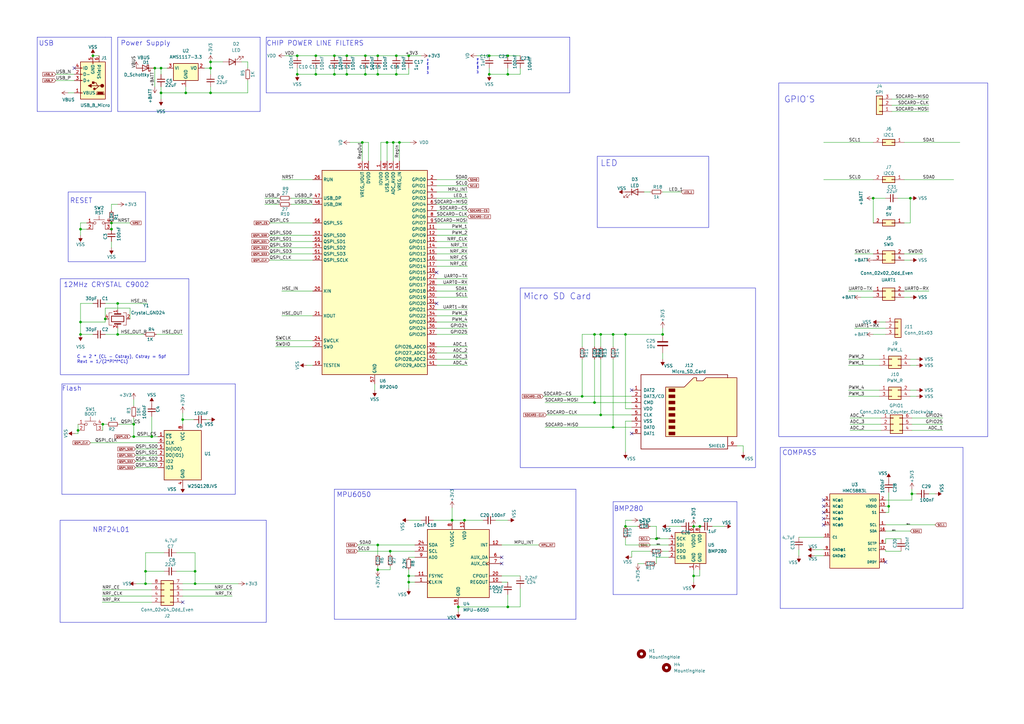
<source format=kicad_sch>
(kicad_sch (version 20230121) (generator eeschema)
  (paper "A3")
  (title_block (title "Brain ") (date "2023-03-22") (rev "rev 1.0"))
  (lib_symbols
    (symbol "Connector:Micro_SD_Card" (pin_names (offset 1.016))
      (property "Reference" "J" (at -16.51 15.24 0))
      (property "Value" "Micro_SD_Card" (at 16.51 15.24 0))
      (symbol "Micro_SD_Card_1_1"
        (pin bidirectional line (at -22.86 7.62 0) (length 3.81) (name "DAT2") (number "1"))
        (pin bidirectional line (at -22.86 5.08 0) (length 3.81) (name "DAT3/CD") (number "2"))
        (pin input line (at -22.86 2.54 0) (length 3.81) (name "CMD") (number "3"))
        (pin power_in line (at -22.86 0 0) (length 3.81) (name "VDD") (number "4"))
        (pin input line (at -22.86 -2.54 0) (length 3.81) (name "CLK") (number "5"))
        (pin power_in line (at -22.86 -5.08 0) (length 3.81) (name "VSS") (number "6"))
        (pin bidirectional line (at -22.86 -7.62 0) (length 3.81) (name "DAT0") (number "7"))
        (pin bidirectional line (at -22.86 -10.16 0) (length 3.81) (name "DAT1") (number "8"))
        (pin passive line (at 20.32 -15.24 180) (length 3.81) (name "SHIELD") (number "9"))
      )
    )
    (symbol "Connector:USB_B_Micro" (pin_names (offset 1.016))
      (property "Reference" "J" (at -5.08 11.43 0))
      (property "Value" "USB_B_Micro" (at -5.08 8.89 0))
      (symbol "USB_B_Micro_1_1"
        (pin power_out line (at 7.62 5.08 180) (length 2.54) (name "VBUS") (number "1"))
        (pin bidirectional line (at 7.62 -2.54 180) (length 2.54) (name "D-") (number "2"))
        (pin bidirectional line (at 7.62 0 180) (length 2.54) (name "D+") (number "3"))
        (pin passive line (at 7.62 -5.08 180) (length 2.54) (name "ID") (number "4"))
        (pin power_out line (at 0 -10.16 90) (length 2.54) (name "GND") (number "5"))
        (pin passive line (at -2.54 -10.16 90) (length 2.54) (name "Shield") (number "6"))
      )
    )
    (symbol "Connector_Generic:Conn_01x03" (pin_names (offset 1.016) hide)
      (property "Reference" "J" (at 0 5.08 0))
      (property "Value" "Conn_01x03" (at 0 -5.08 0))
      (symbol "Conn_01x03_1_1"
        (pin passive line (at -5.08 2.54 0) (length 3.81) (name "Pin_1") (number "1"))
        (pin passive line (at -5.08 0 0) (length 3.81) (name "Pin_2") (number "2"))
        (pin passive line (at -5.08 -2.54 0) (length 3.81) (name "Pin_3") (number "3"))
      )
    )
    (symbol "Connector_Generic:Conn_02x01" (pin_names (offset 1.016) hide)
      (property "Reference" "J" (at 1.27 2.54 0))
      (property "Value" "Conn_02x01" (at 1.27 -2.54 0))
      (symbol "Conn_02x01_1_1"
        (pin passive line (at -5.08 0 0) (length 3.81) (name "Pin_1") (number "1"))
        (pin passive line (at 7.62 0 180) (length 3.81) (name "Pin_2") (number "2"))
      )
    )
    (symbol "Connector_Generic:Conn_02x02_Odd_Even" (pin_names (offset 1.016) hide)
      (property "Reference" "J" (at 1.27 2.54 0))
      (property "Value" "Conn_02x02_Odd_Even" (at 1.27 -5.08 0))
      (symbol "Conn_02x02_Odd_Even_1_1"
        (pin passive line (at -5.08 0 0) (length 3.81) (name "Pin_1") (number "1"))
        (pin passive line (at 7.62 0 180) (length 3.81) (name "Pin_2") (number "2"))
        (pin passive line (at -5.08 -2.54 0) (length 3.81) (name "Pin_3") (number "3"))
        (pin passive line (at 7.62 -2.54 180) (length 3.81) (name "Pin_4") (number "4"))
      )
    )
    (symbol "Connector_Generic:Conn_02x03_Counter_Clockwise" (pin_names (offset 1.016) hide)
      (property "Reference" "J" (at 1.27 5.08 0))
      (property "Value" "Conn_02x03_Counter_Clockwise" (at 1.27 -5.08 0))
      (symbol "Conn_02x03_Counter_Clockwise_1_1"
        (pin passive line (at -5.08 2.54 0) (length 3.81) (name "Pin_1") (number "1"))
        (pin passive line (at -5.08 0 0) (length 3.81) (name "Pin_2") (number "2"))
        (pin passive line (at -5.08 -2.54 0) (length 3.81) (name "Pin_3") (number "3"))
        (pin passive line (at 7.62 -2.54 180) (length 3.81) (name "Pin_4") (number "4"))
        (pin passive line (at 7.62 0 180) (length 3.81) (name "Pin_5") (number "5"))
        (pin passive line (at 7.62 2.54 180) (length 3.81) (name "Pin_6") (number "6"))
      )
    )
    (symbol "Connector_Generic:Conn_02x04_Odd_Even" (pin_names (offset 1.016) hide)
      (property "Reference" "J" (at 1.27 5.08 0))
      (property "Value" "Conn_02x04_Odd_Even" (at 1.27 -7.62 0))
      (symbol "Conn_02x04_Odd_Even_1_1"
        (pin passive line (at -5.08 2.54 0) (length 3.81) (name "Pin_1") (number "1"))
        (pin passive line (at 7.62 2.54 180) (length 3.81) (name "Pin_2") (number "2"))
        (pin passive line (at -5.08 0 0) (length 3.81) (name "Pin_3") (number "3"))
        (pin passive line (at 7.62 0 180) (length 3.81) (name "Pin_4") (number "4"))
        (pin passive line (at -5.08 -2.54 0) (length 3.81) (name "Pin_5") (number "5"))
        (pin passive line (at 7.62 -2.54 180) (length 3.81) (name "Pin_6") (number "6"))
        (pin passive line (at -5.08 -5.08 0) (length 3.81) (name "Pin_7") (number "7"))
        (pin passive line (at 7.62 -5.08 180) (length 3.81) (name "Pin_8") (number "8"))
      )
    )
    (symbol "Device:C" (pin_numbers hide) (pin_names (offset 0.254))
      (property "Reference" "C" (at 0.635 2.54 0))
      (property "Value" "C" (at 0.635 -2.54 0))
      (symbol "C_1_1"
        (pin passive line (at 0 3.81 270) (length 2.794) (name "~") (number "1"))
        (pin passive line (at 0 -3.81 90) (length 2.794) (name "~") (number "2"))
      )
    )
    (symbol "Device:C_Small" (pin_numbers hide) (pin_names (offset 0.254) hide)
      (property "Reference" "C" (at 0.254 1.778 0))
      (property "Value" "C_Small" (at 0.254 -2.032 0))
      (symbol "C_Small_1_1"
        (pin passive line (at 0 2.54 270) (length 2.032) (name "~") (number "1"))
        (pin passive line (at 0 -2.54 90) (length 2.032) (name "~") (number "2"))
      )
    )
    (symbol "Device:Crystal_GND24" (pin_names (offset 1.016) hide)
      (property "Reference" "Y" (at 3.175 5.08 0))
      (property "Value" "Crystal_GND24" (at 3.175 3.175 0))
      (symbol "Crystal_GND24_1_1"
        (pin passive line (at -3.81 0 0) (length 1.27) (name "1") (number "1"))
        (pin passive line (at 0 5.08 270) (length 1.27) (name "2") (number "2"))
        (pin passive line (at 3.81 0 180) (length 1.27) (name "3") (number "3"))
        (pin passive line (at 0 -5.08 90) (length 1.27) (name "4") (number "4"))
      )
    )
    (symbol "Device:D_Schottky" (pin_numbers hide) (pin_names (offset 1.016) hide)
      (property "Reference" "D" (at 0 2.54 0))
      (property "Value" "D_Schottky" (at 0 -2.54 0))
      (symbol "D_Schottky_1_1"
        (pin passive line (at -3.81 0 0) (length 2.54) (name "K") (number "1"))
        (pin passive line (at 3.81 0 180) (length 2.54) (name "A") (number "2"))
      )
    )
    (symbol "Device:LED" (pin_numbers hide) (pin_names (offset 1.016) hide)
      (property "Reference" "D" (at 0 2.54 0))
      (property "Value" "LED" (at 0 -2.54 0))
      (symbol "LED_1_1"
        (pin passive line (at -3.81 0 0) (length 2.54) (name "K") (number "1"))
        (pin passive line (at 3.81 0 180) (length 2.54) (name "A") (number "2"))
      )
    )
    (symbol "Device:R_Small" (pin_numbers hide) (pin_names (offset 0.254) hide)
      (property "Reference" "R" (at 0.762 0.508 0))
      (property "Value" "R_Small" (at 0.762 -1.016 0))
      (symbol "R_Small_1_1"
        (pin passive line (at 0 2.54 270) (length 0.762) (name "~") (number "1"))
        (pin passive line (at 0 -2.54 90) (length 0.762) (name "~") (number "2"))
      )
    )
    (symbol "HMC5883L_1" (pin_names (offset 1.016))
      (property "Reference" "U" (at -10.16 15.494 0))
      (property "Value" "HMC5883L" (at -10.16 -15.494 0))
      (symbol "HMC5883L_1_0_0"
        (pin bidirectional line (at 12.7 2.54 180) (length 2.54) (name "SCL") (number "1"))
        (pin bidirectional line (at -12.7 -2.54 0) (length 2.54) (name "C1") (number "10"))
        (pin bidirectional line (at -12.7 -10.16 0) (length 2.54) (name "GND@2") (number "11"))
        (pin bidirectional line (at 12.7 -7.62 180) (length 2.54) (name "SETC") (number "12"))
        (pin bidirectional line (at 12.7 10.16 180) (length 2.54) (name "VDDIO") (number "13"))
        (pin bidirectional line (at -12.7 2.54 0) (length 2.54) (name "NC@5") (number "14"))
        (pin bidirectional line (at 12.7 -12.7 180) (length 2.54) (name "DRDY") (number "15"))
        (pin bidirectional line (at 12.7 0 180) (length 2.54) (name "SDA") (number "16"))
        (pin bidirectional line (at 12.7 12.7 180) (length 2.54) (name "VDD") (number "2"))
        (pin bidirectional line (at -12.7 12.7 0) (length 2.54) (name "NC@1") (number "3"))
        (pin bidirectional line (at 12.7 7.62 180) (length 2.54) (name "S1") (number "4"))
        (pin bidirectional line (at -12.7 10.16 0) (length 2.54) (name "NC@2") (number "5"))
        (pin bidirectional line (at -12.7 7.62 0) (length 2.54) (name "NC@3") (number "6"))
        (pin bidirectional line (at -12.7 5.08 0) (length 2.54) (name "NC@4") (number "7"))
        (pin bidirectional line (at 12.7 -5.08 180) (length 2.54) (name "SETP") (number "8"))
        (pin bidirectional line (at -12.7 -7.62 0) (length 2.54) (name "GND@1") (number "9"))
      )
    )
    (symbol "MCU_RaspberryPi:RP2040"
      (property "Reference" "U" (at 17.78 45.72 0))
      (property "Value" "RP2040" (at 17.78 43.18 0))
      (symbol "RP2040_1_1"
        (pin power_in line (at 2.54 45.72 270) (length 3.81) (name "IOVDD") (number "1"))
        (pin passive line (at 2.54 45.72 270) (length 3.81) hide (name "IOVDD") (number "10"))
        (pin bidirectional line (at 25.4 17.78 180) (length 3.81) (name "GPIO8") (number "11"))
        (pin bidirectional line (at 25.4 15.24 180) (length 3.81) (name "GPIO9") (number "12"))
        (pin bidirectional line (at 25.4 12.7 180) (length 3.81) (name "GPIO10") (number "13"))
        (pin bidirectional line (at 25.4 10.16 180) (length 3.81) (name "GPIO11") (number "14"))
        (pin bidirectional line (at 25.4 7.62 180) (length 3.81) (name "GPIO12") (number "15"))
        (pin bidirectional line (at 25.4 5.08 180) (length 3.81) (name "GPIO13") (number "16"))
        (pin bidirectional line (at 25.4 2.54 180) (length 3.81) (name "GPIO14") (number "17"))
        (pin bidirectional line (at 25.4 0 180) (length 3.81) (name "GPIO15") (number "18"))
        (pin input line (at -25.4 -38.1 0) (length 3.81) (name "TESTEN") (number "19"))
        (pin bidirectional line (at 25.4 38.1 180) (length 3.81) (name "GPIO0") (number "2"))
        (pin input line (at -25.4 -7.62 0) (length 3.81) (name "XIN") (number "20"))
        (pin passive line (at -25.4 -17.78 0) (length 3.81) (name "XOUT") (number "21"))
        (pin passive line (at 2.54 45.72 270) (length 3.81) hide (name "IOVDD") (number "22"))
        (pin power_in line (at -2.54 45.72 270) (length 3.81) (name "DVDD") (number "23"))
        (pin input line (at -25.4 -27.94 0) (length 3.81) (name "SWCLK") (number "24"))
        (pin bidirectional line (at -25.4 -30.48 0) (length 3.81) (name "SWD") (number "25"))
        (pin input line (at -25.4 38.1 0) (length 3.81) (name "RUN") (number "26"))
        (pin bidirectional line (at 25.4 -2.54 180) (length 3.81) (name "GPIO16") (number "27"))
        (pin bidirectional line (at 25.4 -5.08 180) (length 3.81) (name "GPIO17") (number "28"))
        (pin bidirectional line (at 25.4 -7.62 180) (length 3.81) (name "GPIO18") (number "29"))
        (pin bidirectional line (at 25.4 35.56 180) (length 3.81) (name "GPIO1") (number "3"))
        (pin bidirectional line (at 25.4 -10.16 180) (length 3.81) (name "GPIO19") (number "30"))
        (pin bidirectional line (at 25.4 -12.7 180) (length 3.81) (name "GPIO20") (number "31"))
        (pin bidirectional line (at 25.4 -15.24 180) (length 3.81) (name "GPIO21") (number "32"))
        (pin passive line (at 2.54 45.72 270) (length 3.81) hide (name "IOVDD") (number "33"))
        (pin bidirectional line (at 25.4 -17.78 180) (length 3.81) (name "GPIO22") (number "34"))
        (pin bidirectional line (at 25.4 -20.32 180) (length 3.81) (name "GPIO23") (number "35"))
        (pin bidirectional line (at 25.4 -22.86 180) (length 3.81) (name "GPIO24") (number "36"))
        (pin bidirectional line (at 25.4 -25.4 180) (length 3.81) (name "GPIO25") (number "37"))
        (pin bidirectional line (at 25.4 -30.48 180) (length 3.81) (name "GPIO26_ADC0") (number "38"))
        (pin bidirectional line (at 25.4 -33.02 180) (length 3.81) (name "GPIO27_ADC1") (number "39"))
        (pin bidirectional line (at 25.4 33.02 180) (length 3.81) (name "GPIO2") (number "4"))
        (pin bidirectional line (at 25.4 -35.56 180) (length 3.81) (name "GPIO28_ADC2") (number "40"))
        (pin bidirectional line (at 25.4 -38.1 180) (length 3.81) (name "GPIO29_ADC3") (number "41"))
        (pin passive line (at 2.54 45.72 270) (length 3.81) hide (name "IOVDD") (number "42"))
        (pin power_in line (at 7.62 45.72 270) (length 3.81) (name "ADC_AVDD") (number "43"))
        (pin power_in line (at 10.16 45.72 270) (length 3.81) (name "VREG_IN") (number "44"))
        (pin power_out line (at -5.08 45.72 270) (length 3.81) (name "VREG_VOUT") (number "45"))
        (pin bidirectional line (at -25.4 27.94 0) (length 3.81) (name "USB_DM") (number "46"))
        (pin bidirectional line (at -25.4 30.48 0) (length 3.81) (name "USB_DP") (number "47"))
        (pin power_in line (at 5.08 45.72 270) (length 3.81) (name "USB_VDD") (number "48"))
        (pin passive line (at 2.54 45.72 270) (length 3.81) hide (name "IOVDD") (number "49"))
        (pin bidirectional line (at 25.4 30.48 180) (length 3.81) (name "GPIO3") (number "5"))
        (pin passive line (at -2.54 45.72 270) (length 3.81) hide (name "DVDD") (number "50"))
        (pin bidirectional line (at -25.4 7.62 0) (length 3.81) (name "QSPI_SD3") (number "51"))
        (pin output line (at -25.4 5.08 0) (length 3.81) (name "QSPI_SCLK") (number "52"))
        (pin bidirectional line (at -25.4 15.24 0) (length 3.81) (name "QSPI_SD0") (number "53"))
        (pin bidirectional line (at -25.4 10.16 0) (length 3.81) (name "QSPI_SD2") (number "54"))
        (pin bidirectional line (at -25.4 12.7 0) (length 3.81) (name "QSPI_SD1") (number "55"))
        (pin bidirectional line (at -25.4 20.32 0) (length 3.81) (name "QSPI_SS") (number "56"))
        (pin power_in line (at 0 -45.72 90) (length 3.81) (name "GND") (number "57"))
        (pin bidirectional line (at 25.4 27.94 180) (length 3.81) (name "GPIO4") (number "6"))
        (pin bidirectional line (at 25.4 25.4 180) (length 3.81) (name "GPIO5") (number "7"))
        (pin bidirectional line (at 25.4 22.86 180) (length 3.81) (name "GPIO6") (number "8"))
        (pin bidirectional line (at 25.4 20.32 180) (length 3.81) (name "GPIO7") (number "9"))
      )
    )
    (symbol "Mechanical:MountingHole" (pin_names (offset 1.016))
      (property "Reference" "H" (at 0 5.08 0))
      (property "Value" "MountingHole" (at 0 3.175 0))
    )
    (symbol "Memory_Flash:W25Q128JVS"
      (property "Reference" "U" (at -8.89 8.89 0))
      (property "Value" "W25Q128JVS" (at 7.62 8.89 0))
      (symbol "W25Q128JVS_1_1"
        (pin input line (at -10.16 7.62 0) (length 2.54) (name "~{CS}") (number "1"))
        (pin bidirectional line (at -10.16 0 0) (length 2.54) (name "DO(IO1)") (number "2"))
        (pin bidirectional line (at -10.16 -2.54 0) (length 2.54) (name "IO2") (number "3"))
        (pin power_in line (at 0 -12.7 90) (length 2.54) (name "GND") (number "4"))
        (pin bidirectional line (at -10.16 2.54 0) (length 2.54) (name "DI(IO0)") (number "5"))
        (pin input line (at -10.16 5.08 0) (length 2.54) (name "CLK") (number "6"))
        (pin bidirectional line (at -10.16 -5.08 0) (length 2.54) (name "IO3") (number "7"))
        (pin power_in line (at 0 12.7 270) (length 2.54) (name "VCC") (number "8"))
      )
    )
    (symbol "Regulator_Linear:AMS1117-3.3"
      (property "Reference" "U" (at -3.81 3.175 0))
      (property "Value" "AMS1117-3.3" (at 0 3.175 0))
      (symbol "AMS1117-3.3_1_1"
        (pin power_in line (at 0 -7.62 90) (length 2.54) (name "GND") (number "1"))
        (pin power_out line (at 7.62 0 180) (length 2.54) (name "VO") (number "2"))
        (pin power_in line (at -7.62 0 0) (length 2.54) (name "VI") (number "3"))
      )
    )
    (symbol "Sensor_Motion:MPU-6050"
      (property "Reference" "U" (at -11.43 13.97 0))
      (property "Value" "MPU-6050" (at 7.62 -15.24 0))
      (symbol "MPU-6050_0_0"
        (text "" (at 12.7 -2.54 0) (effects (font (size 1.27 1.27))))
      )
      (symbol "MPU-6050_1_1"
        (pin input clock (at -17.78 -7.62 0) (length 5.08) (name "CLKIN") (number "1"))
        (pin passive line (at 17.78 -7.62 180) (length 5.08) (name "REGOUT") (number "10"))
        (pin input line (at -17.78 -5.08 0) (length 5.08) (name "FSYNC") (number "11"))
        (pin output line (at 17.78 7.62 180) (length 5.08) (name "INT") (number "12"))
        (pin power_in line (at 2.54 17.78 270) (length 3.81) (name "VDD") (number "13"))
        (pin no_connect line (at -12.7 -10.16 0) (length 2.54) hide (name "NC") (number "14"))
        (pin no_connect line (at 12.7 12.7 180) (length 2.54) hide (name "NC") (number "15"))
        (pin no_connect line (at 12.7 10.16 180) (length 2.54) hide (name "NC") (number "16"))
        (pin no_connect line (at 12.7 5.08 180) (length 2.54) hide (name "NC") (number "17"))
        (pin power_in line (at 0 -17.78 90) (length 3.81) (name "GND") (number "18"))
        (pin no_connect line (at 12.7 -10.16 180) (length 2.54) hide (name "RESV") (number "19"))
        (pin no_connect line (at -12.7 12.7 0) (length 2.54) hide (name "NC") (number "2"))
        (pin passive line (at 17.78 -5.08 180) (length 5.08) (name "CPOUT") (number "20"))
        (pin no_connect line (at 12.7 -2.54 180) (length 2.54) hide (name "RESV") (number "21"))
        (pin no_connect line (at 12.7 -12.7 180) (length 2.54) hide (name "RESV") (number "22"))
        (pin input line (at -17.78 5.08 0) (length 5.08) (name "SCL") (number "23"))
        (pin bidirectional line (at -17.78 7.62 0) (length 5.08) (name "SDA") (number "24"))
        (pin no_connect line (at -12.7 10.16 0) (length 2.54) hide (name "NC") (number "3"))
        (pin no_connect line (at -12.7 0 0) (length 2.54) hide (name "NC") (number "4"))
        (pin no_connect line (at -12.7 -2.54 0) (length 2.54) hide (name "NC") (number "5"))
        (pin bidirectional line (at 17.78 2.54 180) (length 5.08) (name "AUX_DA") (number "6"))
        (pin output clock (at 17.78 0 180) (length 5.08) (name "AUX_CL") (number "7"))
        (pin power_in line (at -2.54 17.78 270) (length 3.81) (name "VLOGIC") (number "8"))
        (pin input line (at -17.78 2.54 0) (length 5.08) (name "AD0") (number "9"))
      )
    )
    (symbol "Sensor_Pressure:BMP280"
      (property "Reference" "U" (at -7.62 10.16 0))
      (property "Value" "BMP280" (at 5.08 10.16 0))
      (symbol "BMP280_1_1"
        (pin power_in line (at 0 -7.62 90) (length 2.54) (name "GND") (number "1"))
        (pin input line (at -10.16 -2.54 0) (length 2.54) (name "CSB") (number "2"))
        (pin bidirectional line (at -10.16 2.54 0) (length 2.54) (name "SDI") (number "3"))
        (pin input line (at -10.16 5.08 0) (length 2.54) (name "SCK") (number "4"))
        (pin bidirectional line (at -10.16 0 0) (length 2.54) (name "SDO") (number "5"))
        (pin power_in line (at 0 10.16 270) (length 2.54) (name "VDDIO") (number "6"))
        (pin power_in line (at 2.54 -7.62 90) (length 2.54) (name "GND") (number "7"))
        (pin power_in line (at 2.54 10.16 270) (length 2.54) (name "VDD") (number "8"))
      )
    )
    (symbol "Switch:SW_MEC_5E" (pin_names (offset 1.016) hide)
      (property "Reference" "SW" (at 0.635 5.715 0))
      (property "Value" "SW_MEC_5E" (at 0 -3.175 0))
      (symbol "SW_MEC_5E_0_1"
        (pin passive line (at -5.08 2.54 0) (length 2.54) (name "1") (number "1"))
        (pin passive line (at -5.08 0 0) (length 2.54) (name "2") (number "2"))
        (pin passive line (at 5.08 0 180) (length 2.54) (name "K") (number "3"))
        (pin passive line (at 5.08 2.54 180) (length 2.54) (name "A") (number "4"))
      )
    )
    (symbol "power:+3V3" (power) (pin_names (offset 0))
      (property "Value" "+3V3" (at 0 3.556 0))
      (symbol "+3V3_1_1"
        (pin power_in line (at 0 0 90) (length 0) hide (name "+3V3") (number "1"))
      )
    )
    (symbol "power:+BATT" (power) (pin_names (offset 0))
      (property "Value" "+BATT" (at 0 3.556 0))
      (symbol "+BATT_1_1"
        (pin power_in line (at 0 0 90) (length 0) hide (name "+BATT") (number "1"))
      )
    )
    (symbol "power:VBUS" (power) (pin_names (offset 0))
      (property "Value" "VBUS" (at 0 3.81 0))
      (symbol "VBUS_1_1"
        (pin power_in line (at 0 0 90) (length 0) hide (name "VBUS") (number "1"))
      )
    )
    (symbol "power:VD" (power) (pin_names (offset 0))
      (property "Value" "VD" (at 0 3.81 0))
      (symbol "VD_1_1"
        (pin power_in line (at 0 0 90) (length 0) hide (name "VD") (number "1"))
      )
    )
    (symbol "power:VDD" (power) (pin_names (offset 0))
      (property "Value" "VDD" (at 0 3.81 0))
      (symbol "VDD_1_1"
        (pin power_in line (at 0 0 90) (length 0) hide (name "VDD") (number "1"))
      )
    )
    (symbol "power:VSS" (power) (pin_names (offset 0))
      (property "Value" "VSS" (at 0 3.81 0))
      (symbol "VSS_1_1"
        (pin power_in line (at 0 0 90) (length 0) hide (name "VSS") (number "1"))
      )
    )
  )
  (junction (at 200.66 30.48))
  (junction (at 167.64 22.86))
  (junction (at 80.01 234.315))
  (junction (at 142.24 22.86))
  (junction (at 137.16 22.86))
  (junction (at 358.14 81.28))
  (junction (at 129.54 30.48))
  (junction (at 54.864 173.99))
  (junction (at 158.75 58.42))
  (junction (at 32.004 176.53))
  (junction (at 129.54 22.86))
  (junction (at 80.01 239.395))
  (junction (at 246.38 170.18))
  (junction (at 33.02 137.16))
  (junction (at 167.64 236.22))
  (junction (at 208.28 248.92))
  (junction (at 45.72 93.98))
  (junction (at 256.54 137.16))
  (junction (at 271.78 137.16))
  (junction (at 243.84 137.16))
  (junction (at 364.49 207.645))
  (junction (at 269.24 220.98))
  (junction (at 373.38 81.28))
  (junction (at 86.36 25.4))
  (junction (at 121.92 30.48))
  (junction (at 142.24 30.48))
  (junction (at 167.64 238.76))
  (junction (at 121.92 22.86))
  (junction (at 251.46 137.16))
  (junction (at 154.94 233.68))
  (junction (at 86.36 27.94))
  (junction (at 154.94 30.48))
  (junction (at 63.5 27.94))
  (junction (at 238.76 162.56))
  (junction (at 38.1 22.86))
  (junction (at 256.54 215.9))
  (junction (at 251.46 175.26))
  (junction (at 149.86 22.86))
  (junction (at 76.2 38.1))
  (junction (at 66.04 27.94))
  (junction (at 45.72 91.44))
  (junction (at 161.29 58.42))
  (junction (at 160.02 226.06))
  (junction (at 43.18 130.81))
  (junction (at 154.94 22.86))
  (junction (at 162.56 30.48))
  (junction (at 208.28 22.86))
  (junction (at 74.93 172.085))
  (junction (at 48.26 124.46))
  (junction (at 154.94 223.52))
  (junction (at 54.864 179.07))
  (junction (at 284.48 236.22))
  (junction (at 137.16 30.48))
  (junction (at 62.23 179.07))
  (junction (at 162.56 22.86))
  (junction (at 59.69 239.395))
  (junction (at 243.84 165.1))
  (junction (at 287.02 215.9))
  (junction (at 284.48 215.9))
  (junction (at 190.5 213.36))
  (junction (at 185.42 213.36))
  (junction (at 149.86 30.48))
  (junction (at 208.28 30.48))
  (junction (at 187.96 248.92))
  (junction (at 33.02 132.08))
  (junction (at 374.015 202.565))
  (junction (at 246.38 137.16))
  (junction (at 59.69 234.315))
  (junction (at 200.66 22.86))
  (junction (at 33.02 93.98))
  (junction (at 86.36 38.1))
  (junction (at 42.164 173.99))
  (junction (at 48.26 137.16))
  (junction (at 66.04 38.1))
  (junction (at 148.59 58.42))
  (junction (at 163.83 58.42))
  (no_connect (at 337.82 212.725))
  (no_connect (at 205.74 231.14))
  (no_connect (at 205.74 228.6))
  (no_connect (at 179.07 111.76))
  (no_connect (at 259.08 177.8))
  (no_connect (at 337.82 210.185))
  (no_connect (at 363.22 230.505))
  (no_connect (at 30.48 27.94))
  (no_connect (at 74.93 247.015))
  (no_connect (at 179.07 124.46))
  (no_connect (at 337.82 205.105))
  (no_connect (at 337.82 215.265))
  (no_connect (at 337.82 207.645))
  (no_connect (at 259.08 160.02))
  (wire (pts (xy 179.07 88.9) (xy 191.77 88.9)))
  (wire (pts (xy 284.48 215.9) (xy 287.02 215.9)))
  (wire (pts (xy 167.64 238.76) (xy 170.18 238.76)))
  (wire (pts (xy 154.94 30.48) (xy 149.86 30.48)))
  (wire (pts (xy 59.69 239.395) (xy 62.23 239.395)))
  (wire (pts (xy 256.54 172.72) (xy 256.54 185.42)))
  (wire (pts (xy 337.82 58.42) (xy 358.14 58.42)))
  (wire (pts (xy 80.01 234.315) (xy 80.01 239.395)))
  (wire (pts (xy 177.8 213.36) (xy 185.42 213.36)))
  (wire (pts (xy 358.14 81.28) (xy 363.22 81.28)))
  (wire (pts (xy 121.92 30.48) (xy 129.54 30.48)))
  (wire (pts (xy 115.57 129.54) (xy 128.27 129.54)))
  (wire (pts (xy 66.04 27.94) (xy 66.04 30.48)))
  (polyline (pts (xy 25.4 157.48) (xy 25.4 202.692)))
  (wire (pts (xy 256.54 137.16) (xy 271.78 137.16)))
  (wire (pts (xy 54.864 171.45) (xy 54.864 173.99)))
  (wire (pts (xy 259.08 226.06) (xy 259.08 228.6)))
  (wire (pts (xy 302.26 182.88) (xy 304.8 182.88)))
  (wire (pts (xy 261.62 231.14) (xy 264.16 231.14)))
  (wire (pts (xy 363.22 217.805) (xy 373.38 217.805)))
  (wire (pts (xy 179.07 104.14) (xy 191.77 104.14)))
  (wire (pts (xy 251.46 137.16) (xy 256.54 137.16)))
  (wire (pts (xy 45.72 99.06) (xy 45.72 101.6)))
  (wire (pts (xy 170.18 236.22) (xy 167.64 236.22)))
  (wire (pts (xy 45.72 91.44) (xy 45.72 93.98)))
  (polyline (pts (xy 45.72 15.24) (xy 43.18 15.24)))
  (wire (pts (xy 101.6 33.02) (xy 101.6 38.1)))
  (polyline (pts (xy 251.46 205.74) (xy 251.46 243.84)))
  (wire (pts (xy 373.38 160.02) (xy 375.92 160.02)))
  (wire (pts (xy 32.004 173.99) (xy 32.004 176.53)))
  (wire (pts (xy 213.36 30.48) (xy 208.28 30.48)))
  (wire (pts (xy 373.38 91.44) (xy 370.84 91.44)))
  (wire (pts (xy 113.03 139.7) (xy 128.27 139.7)))
  (polyline (pts (xy 233.68 15.24) (xy 233.68 38.1)))
  (wire (pts (xy 110.49 99.06) (xy 128.27 99.06)))
  (wire (pts (xy 327.66 225.425) (xy 327.66 227.965)))
  (wire (pts (xy 160.02 227.33) (xy 160.02 226.06)))
  (wire (pts (xy 162.56 22.86) (xy 167.64 22.86)))
  (wire (pts (xy 337.82 220.345) (xy 327.66 220.345)))
  (polyline (pts (xy 96.52 157.48) (xy 96.52 202.692)))
  (polyline (pts (xy 394.97 249.555) (xy 394.97 183.515)))
  (wire (pts (xy 148.59 66.04) (xy 148.59 58.42)))
  (wire (pts (xy 143.51 58.42) (xy 148.59 58.42)))
  (wire (pts (xy 261.62 215.9) (xy 256.54 215.9)))
  (wire (pts (xy 160.02 226.06) (xy 170.18 226.06)))
  (wire (pts (xy 266.7 220.98) (xy 269.24 220.98)))
  (wire (pts (xy 269.24 231.14) (xy 269.24 228.6)))
  (polyline (pts (xy 15.24 15.24) (xy 15.24 45.72)))
  (wire (pts (xy 358.14 121.92) (xy 353.06 121.92)))
  (wire (pts (xy 238.76 147.32) (xy 238.76 162.56)))
  (wire (pts (xy 86.36 27.94) (xy 86.36 30.48)))
  (wire (pts (xy 238.76 142.24) (xy 238.76 137.16)))
  (wire (pts (xy 42.164 173.99) (xy 43.815 173.99)))
  (wire (pts (xy 213.36 27.94) (xy 213.36 30.48)))
  (wire (pts (xy 62.23 170.815) (xy 62.23 179.07)))
  (wire (pts (xy 43.18 132.08) (xy 33.02 132.08)))
  (wire (pts (xy 375.92 202.565) (xy 374.015 202.565)))
  (wire (pts (xy 76.2 38.1) (xy 86.36 38.1)))
  (polyline (pts (xy 137.16 200.66) (xy 236.22 200.66)))
  (wire (pts (xy 142.24 22.86) (xy 149.86 22.86)))
  (wire (pts (xy 179.07 83.82) (xy 191.77 83.82)))
  (wire (pts (xy 30.734 177.8) (xy 32.004 177.8)))
  (wire (pts (xy 370.84 121.92) (xy 373.38 121.92)))
  (wire (pts (xy 86.36 25.4) (xy 86.36 27.94)))
  (wire (pts (xy 271.78 137.16) (xy 271.78 134.62)))
  (polyline (pts (xy 48.26 15.24) (xy 106.68 15.24)))
  (wire (pts (xy 259.08 167.64) (xy 256.54 167.64)))
  (wire (pts (xy 170.18 228.6) (xy 167.64 228.6)))
  (wire (pts (xy 33.02 91.44) (xy 33.02 93.98)))
  (wire (pts (xy 251.46 137.16) (xy 251.46 142.24)))
  (wire (pts (xy 129.54 27.94) (xy 129.54 30.48)))
  (wire (pts (xy 151.13 66.04) (xy 151.13 58.42)))
  (wire (pts (xy 246.38 170.18) (xy 259.08 170.18)))
  (wire (pts (xy 53.34 130.81) (xy 53.34 126.365)))
  (wire (pts (xy 222.885 162.56) (xy 238.76 162.56)))
  (wire (pts (xy 373.38 147.32) (xy 375.92 147.32)))
  (wire (pts (xy 374.015 176.53) (xy 386.715 176.53)))
  (wire (pts (xy 208.28 22.86) (xy 213.36 22.86)))
  (wire (pts (xy 208.28 243.84) (xy 208.28 248.92)))
  (wire (pts (xy 41.91 244.475) (xy 62.23 244.475)))
  (wire (pts (xy 271.78 144.78) (xy 271.78 147.32)))
  (wire (pts (xy 160.02 232.41) (xy 160.02 233.68)))
  (wire (pts (xy 363.22 215.265) (xy 383.54 215.265)))
  (wire (pts (xy 167.64 22.86) (xy 172.72 22.86)))
  (wire (pts (xy 370.84 106.68) (xy 373.38 106.68)))
  (wire (pts (xy 41.91 247.015) (xy 62.23 247.015)))
  (wire (pts (xy 43.18 126.365) (xy 53.34 126.365)))
  (wire (pts (xy 363.22 137.16) (xy 358.14 137.16)))
  (wire (pts (xy 74.93 172.085) (xy 74.93 173.99)))
  (wire (pts (xy 66.04 38.1) (xy 76.2 38.1)))
  (wire (pts (xy 153.67 157.48) (xy 153.67 160.02)))
  (wire (pts (xy 129.54 30.48) (xy 137.16 30.48)))
  (polyline (pts (xy 109.22 38.1) (xy 109.22 15.24)))
  (wire (pts (xy 190.5 213.36) (xy 198.12 213.36)))
  (wire (pts (xy 363.22 210.185) (xy 364.49 210.185)))
  (wire (pts (xy 162.56 30.48) (xy 154.94 30.48)))
  (wire (pts (xy 121.92 30.48) (xy 121.92 27.94)))
  (wire (pts (xy 37.084 181.61) (xy 64.77 181.61)))
  (wire (pts (xy 179.07 147.32) (xy 191.77 147.32)))
  (wire (pts (xy 179.07 116.84) (xy 191.77 116.84)))
  (wire (pts (xy 287.02 233.68) (xy 287.02 236.22)))
  (polyline (pts (xy 302.26 243.84) (xy 251.46 243.84)))
  (wire (pts (xy 42.164 176.53) (xy 42.164 173.99)))
  (wire (pts (xy 129.54 22.86) (xy 137.16 22.86)))
  (wire (pts (xy 179.07 99.06) (xy 191.77 99.06)))
  (wire (pts (xy 269.24 220.98) (xy 274.32 220.98)))
  (wire (pts (xy 370.84 119.38) (xy 381 119.38)))
  (wire (pts (xy 373.38 162.56) (xy 375.92 162.56)))
  (wire (pts (xy 284.48 236.22) (xy 284.48 238.76)))
  (wire (pts (xy 179.07 96.52) (xy 191.77 96.52)))
  (wire (pts (xy 269.24 228.6) (xy 274.32 228.6)))
  (wire (pts (xy 45.72 91.44) (xy 53.34 91.44)))
  (wire (pts (xy 167.64 233.68) (xy 167.64 236.22)))
  (wire (pts (xy 287.02 236.22) (xy 284.48 236.22)))
  (wire (pts (xy 358.14 104.14) (xy 350.52 104.14)))
  (wire (pts (xy 158.75 66.04) (xy 158.75 58.42)))
  (wire (pts (xy 45.72 83.82) (xy 45.72 86.36)))
  (wire (pts (xy 179.07 101.6) (xy 191.77 101.6)))
  (wire (pts (xy 101.6 38.1) (xy 86.36 38.1)))
  (wire (pts (xy 80.01 239.395) (xy 97.79 239.395)))
  (wire (pts (xy 154.94 223.52) (xy 154.94 227.33)))
  (wire (pts (xy 374.015 171.45) (xy 386.715 171.45)))
  (wire (pts (xy 179.07 114.3) (xy 191.77 114.3)))
  (wire (pts (xy 149.86 22.86) (xy 154.94 22.86)))
  (wire (pts (xy 158.75 58.42) (xy 161.29 58.42)))
  (wire (pts (xy 79.502 172.085) (xy 74.93 172.085)))
  (wire (pts (xy 116.84 22.86) (xy 121.92 22.86)))
  (wire (pts (xy 256.54 223.52) (xy 274.32 223.52)))
  (polyline (pts (xy 15.24 45.72) (xy 45.72 45.72)))
  (wire (pts (xy 363.22 222.885) (xy 363.22 220.98)))
  (wire (pts (xy 365.76 43.18) (xy 381 43.18)))
  (wire (pts (xy 365.76 45.72) (xy 381 45.72)))
  (wire (pts (xy 208.28 213.36) (xy 203.2 213.36)))
  (wire (pts (xy 205.74 238.76) (xy 208.28 238.76)))
  (wire (pts (xy 137.16 27.94) (xy 137.16 30.48)))
  (wire (pts (xy 179.07 76.2) (xy 191.77 76.2)))
  (wire (pts (xy 108.585 83.82) (xy 114.3 83.82)))
  (wire (pts (xy 223.52 165.1) (xy 243.84 165.1)))
  (wire (pts (xy 208.28 27.94) (xy 208.28 30.48)))
  (wire (pts (xy 360.68 149.86) (xy 347.98 149.86)))
  (wire (pts (xy 33.02 137.16) (xy 38.1 137.16)))
  (wire (pts (xy 251.46 147.32) (xy 251.46 175.26)))
  (wire (pts (xy 64.77 184.15) (xy 55.499 184.15)))
  (wire (pts (xy 179.07 134.62) (xy 191.77 134.62)))
  (wire (pts (xy 179.07 132.08) (xy 191.77 132.08)))
  (wire (pts (xy 40.64 22.86) (xy 38.1 22.86)))
  (polyline (pts (xy 320.04 249.555) (xy 394.97 249.555)))
  (polyline (pts (xy 251.46 205.74) (xy 302.26 205.74)))
  (wire (pts (xy 54.864 163.83) (xy 54.864 166.37)))
  (wire (pts (xy 167.64 27.94) (xy 167.64 30.48)))
  (wire (pts (xy 373.38 81.28) (xy 373.38 91.44)))
  (wire (pts (xy 146.685 226.06) (xy 160.02 226.06)))
  (wire (pts (xy 167.64 238.76) (xy 167.64 241.3)))
  (wire (pts (xy 33.02 124.46) (xy 38.1 124.46)))
  (wire (pts (xy 361.315 171.45) (xy 348.615 171.45)))
  (wire (pts (xy 121.92 22.86) (xy 129.54 22.86)))
  (wire (pts (xy 32.004 177.8) (xy 32.004 176.53)))
  (wire (pts (xy 64.77 191.77) (xy 55.499 191.77)))
  (wire (pts (xy 238.76 137.16) (xy 243.84 137.16)))
  (wire (pts (xy 59.69 226.695) (xy 59.69 234.315)))
  (wire (pts (xy 269.24 215.9) (xy 269.24 220.98)))
  (wire (pts (xy 128.27 149.86) (xy 125.73 149.86)))
  (polyline (pts (xy 109.22 15.24) (xy 109.22 15.24)))
  (wire (pts (xy 86.36 25.4) (xy 91.44 25.4)))
  (wire (pts (xy 110.49 101.6) (xy 128.27 101.6)))
  (wire (pts (xy 205.74 236.22) (xy 213.36 236.22)))
  (wire (pts (xy 162.56 27.94) (xy 162.56 30.48)))
  (wire (pts (xy 179.07 73.66) (xy 191.77 73.66)))
  (wire (pts (xy 393.7 58.42) (xy 370.84 58.42)))
  (wire (pts (xy 179.07 81.28) (xy 191.77 81.28)))
  (wire (pts (xy 179.07 149.86) (xy 191.77 149.86)))
  (wire (pts (xy 74.93 169.418) (xy 74.93 172.085)))
  (wire (pts (xy 160.02 233.68) (xy 154.94 233.68)))
  (wire (pts (xy 113.03 142.24) (xy 128.27 142.24)))
  (wire (pts (xy 163.83 58.42) (xy 168.275 58.42)))
  (wire (pts (xy 74.93 239.395) (xy 80.01 239.395)))
  (wire (pts (xy 365.76 40.64) (xy 381 40.64)))
  (wire (pts (xy 364.49 207.645) (xy 363.22 207.645)))
  (wire (pts (xy 83.82 27.94) (xy 86.36 27.94)))
  (wire (pts (xy 110.49 106.68) (xy 128.27 106.68)))
  (wire (pts (xy 374.015 200.66) (xy 374.015 202.565)))
  (wire (pts (xy 205.74 223.52) (xy 220.98 223.52)))
  (wire (pts (xy 66.04 38.1) (xy 66.04 40.64)))
  (wire (pts (xy 243.84 137.16) (xy 243.84 142.24)))
  (wire (pts (xy 108.585 81.28) (xy 114.3 81.28)))
  (wire (pts (xy 48.895 173.99) (xy 54.864 173.99)))
  (polyline (pts (xy 137.16 200.66) (xy 137.16 254)))
  (wire (pts (xy 110.49 104.14) (xy 128.27 104.14)))
  (wire (pts (xy 271.78 226.06) (xy 274.32 226.06)))
  (wire (pts (xy 43.18 126.365) (xy 43.18 130.81)))
  (wire (pts (xy 304.8 182.88) (xy 304.8 185.42)))
  (wire (pts (xy 167.64 236.22) (xy 167.64 238.76)))
  (wire (pts (xy 243.84 137.16) (xy 246.38 137.16)))
  (wire (pts (xy 53.594 179.07) (xy 54.864 179.07)))
  (wire (pts (xy 80.01 226.695) (xy 80.01 234.315)))
  (wire (pts (xy 33.02 124.46) (xy 33.02 132.08)))
  (wire (pts (xy 54.864 173.99) (xy 54.864 179.07)))
  (wire (pts (xy 72.39 234.315) (xy 80.01 234.315)))
  (wire (pts (xy 363.22 220.98) (xy 369.57 220.98)))
  (wire (pts (xy 337.82 225.425) (xy 334.01 225.425)))
  (wire (pts (xy 161.29 58.42) (xy 163.83 58.42)))
  (wire (pts (xy 264.16 78.74) (xy 266.7 78.74)))
  (wire (pts (xy 363.22 134.62) (xy 350.52 134.62)))
  (wire (pts (xy 179.07 86.36) (xy 191.77 86.36)))
  (wire (pts (xy 167.64 213.36) (xy 172.72 213.36)))
  (wire (pts (xy 85.598 172.085) (xy 84.582 172.085)))
  (wire (pts (xy 374.015 202.565) (xy 374.015 205.105)))
  (wire (pts (xy 137.16 22.86) (xy 142.24 22.86)))
  (wire (pts (xy 223.52 175.26) (xy 251.46 175.26)))
  (wire (pts (xy 66.04 35.56) (xy 66.04 38.1)))
  (wire (pts (xy 360.68 160.02) (xy 347.98 160.02)))
  (wire (pts (xy 55.88 239.395) (xy 59.69 239.395)))
  (wire (pts (xy 33.02 93.98) (xy 33.02 96.52)))
  (wire (pts (xy 238.76 162.56) (xy 259.08 162.56)))
  (wire (pts (xy 364.49 210.185) (xy 364.49 207.645)))
  (wire (pts (xy 208.28 248.92) (xy 187.96 248.92)))
  (wire (pts (xy 64.77 189.23) (xy 55.499 189.23)))
  (wire (pts (xy 67.31 226.695) (xy 59.69 226.695)))
  (wire (pts (xy 48.26 137.16) (xy 59.055 137.16)))
  (wire (pts (xy 271.78 78.74) (xy 279.4 78.74)))
  (wire (pts (xy 27.94 38.1) (xy 30.48 38.1)))
  (wire (pts (xy 149.86 27.94) (xy 149.86 30.48)))
  (wire (pts (xy 33.02 93.98) (xy 35.56 93.98)))
  (wire (pts (xy 63.5 27.94) (xy 66.04 27.94)))
  (wire (pts (xy 363.22 226.06) (xy 369.57 226.06)))
  (polyline (pts (xy 233.68 38.1) (xy 109.22 38.1)))
  (wire (pts (xy 373.38 149.86) (xy 375.92 149.86)))
  (wire (pts (xy 48.26 124.46) (xy 48.26 127)))
  (wire (pts (xy 115.57 73.66) (xy 128.27 73.66)))
  (wire (pts (xy 361.315 176.53) (xy 348.615 176.53)))
  (wire (pts (xy 179.07 121.92) (xy 191.77 121.92)))
  (wire (pts (xy 381 202.565) (xy 383.54 202.565)))
  (polyline (pts (xy 96.52 202.692) (xy 25.4 202.692)))
  (polyline (pts (xy 236.22 200.66) (xy 236.22 254)))
  (wire (pts (xy 43.18 124.46) (xy 48.26 124.46)))
  (wire (pts (xy 137.16 30.48) (xy 142.24 30.48)))
  (wire (pts (xy 179.07 129.54) (xy 191.77 129.54)))
  (wire (pts (xy 74.93 241.935) (xy 95.25 241.935)))
  (wire (pts (xy 243.84 165.1) (xy 259.08 165.1)))
  (wire (pts (xy 86.36 35.56) (xy 86.36 38.1)))
  (wire (pts (xy 360.68 147.32) (xy 347.98 147.32)))
  (wire (pts (xy 148.59 58.42) (xy 151.13 58.42)))
  (wire (pts (xy 128.27 83.82) (xy 119.38 83.82)))
  (wire (pts (xy 154.94 232.41) (xy 154.94 233.68)))
  (wire (pts (xy 195.58 22.86) (xy 200.66 22.86)))
  (wire (pts (xy 43.18 130.81) (xy 43.18 132.08)))
  (wire (pts (xy 179.07 137.16) (xy 191.77 137.16)))
  (wire (pts (xy 142.24 27.94) (xy 142.24 30.48)))
  (wire (pts (xy 64.77 186.69) (xy 55.499 186.69)))
  (wire (pts (xy 179.07 91.44) (xy 191.77 91.44)))
  (wire (pts (xy 154.94 223.52) (xy 170.18 223.52)))
  (wire (pts (xy 74.93 244.475) (xy 95.25 244.475)))
  (polyline (pts (xy 43.18 15.24) (xy 15.24 15.24)))
  (wire (pts (xy 284.48 233.68) (xy 284.48 236.22)))
  (wire (pts (xy 274.32 215.9) (xy 279.4 215.9)))
  (wire (pts (xy 33.02 132.08) (xy 33.02 137.16)))
  (wire (pts (xy 200.66 27.94) (xy 200.66 30.48)))
  (wire (pts (xy 297.18 215.9) (xy 292.1 215.9)))
  (wire (pts (xy 156.21 58.42) (xy 156.21 66.04)))
  (wire (pts (xy 128.27 81.28) (xy 119.38 81.28)))
  (wire (pts (xy 154.94 22.86) (xy 162.56 22.86)))
  (wire (pts (xy 179.07 144.78) (xy 191.77 144.78)))
  (wire (pts (xy 243.84 147.32) (xy 243.84 165.1)))
  (wire (pts (xy 363.22 205.105) (xy 374.015 205.105)))
  (wire (pts (xy 337.82 227.965) (xy 334.01 227.965)))
  (wire (pts (xy 64.135 137.16) (xy 74.93 137.16)))
  (wire (pts (xy 361.315 173.99) (xy 348.615 173.99)))
  (wire (pts (xy 179.07 106.68) (xy 191.77 106.68)))
  (wire (pts (xy 368.3 81.28) (xy 373.38 81.28)))
  (wire (pts (xy 179.07 109.22) (xy 191.77 109.22)))
  (wire (pts (xy 146.685 223.52) (xy 154.94 223.52)))
  (wire (pts (xy 358.14 91.44) (xy 358.14 81.28)))
  (wire (pts (xy 363.22 225.425) (xy 363.22 226.06)))
  (wire (pts (xy 99.06 25.4) (xy 101.6 25.4)))
  (wire (pts (xy 391.16 73.66) (xy 370.84 73.66)))
  (wire (pts (xy 374.015 173.99) (xy 386.715 173.99)))
  (polyline (pts (xy 320.04 183.515) (xy 320.04 249.555)))
  (wire (pts (xy 187.96 248.92) (xy 187.96 250.825)))
  (wire (pts (xy 179.07 127) (xy 191.77 127)))
  (wire (pts (xy 110.49 91.44) (xy 128.27 91.44)))
  (polyline (pts (xy 106.68 45.72) (xy 48.26 45.72)))
  (wire (pts (xy 76.2 35.56) (xy 76.2 38.1)))
  (wire (pts (xy 48.26 83.82) (xy 45.72 83.82)))
  (wire (pts (xy 161.29 58.42) (xy 161.29 66.04)))
  (polyline (pts (xy 236.22 254) (xy 137.16 254)))
  (wire (pts (xy 266.7 215.9) (xy 269.24 215.9)))
  (polyline (pts (xy 25.4 157.48) (xy 96.52 157.48)))
  (wire (pts (xy 48.26 134.62) (xy 48.26 137.16)))
  (wire (pts (xy 43.18 137.16) (xy 48.26 137.16)))
  (wire (pts (xy 364.49 201.93) (xy 364.49 207.645)))
  (wire (pts (xy 54.864 179.07) (xy 62.23 179.07)))
  (wire (pts (xy 378.46 104.14) (xy 370.84 104.14)))
  (wire (pts (xy 72.39 226.695) (xy 80.01 226.695)))
  (wire (pts (xy 67.31 234.315) (xy 59.69 234.315)))
  (wire (pts (xy 246.38 137.16) (xy 251.46 137.16)))
  (wire (pts (xy 66.04 27.94) (xy 68.58 27.94)))
  (wire (pts (xy 63.5 27.94) (xy 63.5 35.56)))
  (wire (pts (xy 41.91 241.935) (xy 62.23 241.935)))
  (wire (pts (xy 101.6 25.4) (xy 101.6 27.94)))
  (wire (pts (xy 142.24 30.48) (xy 149.86 30.48)))
  (wire (pts (xy 224.155 170.18) (xy 246.38 170.18)))
  (wire (pts (xy 62.23 179.07) (xy 64.77 179.07)))
  (wire (pts (xy 179.07 93.98) (xy 191.77 93.98)))
  (wire (pts (xy 110.49 96.52) (xy 128.27 96.52)))
  (wire (pts (xy 246.38 137.16) (xy 246.38 142.24)))
  (wire (pts (xy 48.26 124.46) (xy 60.325 124.46)))
  (wire (pts (xy 337.82 73.66) (xy 358.14 73.66)))
  (wire (pts (xy 59.69 234.315) (xy 59.69 239.395)))
  (wire (pts (xy 179.07 78.74) (xy 191.77 78.74)))
  (wire (pts (xy 156.21 58.42) (xy 158.75 58.42)))
  (wire (pts (xy 208.28 30.48) (xy 200.66 30.48)))
  (wire (pts (xy 200.66 22.86) (xy 208.28 22.86)))
  (wire (pts (xy 347.98 119.38) (xy 358.14 119.38)))
  (wire (pts (xy 256.54 167.64) (xy 256.54 137.16)))
  (wire (pts (xy 185.42 213.36) (xy 190.5 213.36)))
  (polyline (pts (xy 109.22 15.24) (xy 233.68 15.24)))
  (wire (pts (xy 259.08 172.72) (xy 256.54 172.72)))
  (wire (pts (xy 22.86 33.02) (xy 30.48 33.02)))
  (wire (pts (xy 179.07 142.24) (xy 191.77 142.24)))
  (wire (pts (xy 167.64 30.48) (xy 162.56 30.48)))
  (polyline (pts (xy 106.68 15.24) (xy 106.68 45.72)))
  (wire (pts (xy 266.7 226.06) (xy 259.08 226.06)))
  (wire (pts (xy 363.22 132.08) (xy 360.68 132.08)))
  (wire (pts (xy 185.42 208.28) (xy 185.42 213.36)))
  (wire (pts (xy 251.46 175.26) (xy 259.08 175.26)))
  (wire (pts (xy 163.83 66.04) (xy 163.83 58.42)))
  (wire (pts (xy 246.38 147.32) (xy 246.38 170.18)))
  (polyline (pts (xy 320.04 183.515) (xy 394.97 183.515)))
  (wire (pts (xy 213.36 248.92) (xy 208.28 248.92)))
  (wire (pts (xy 256.54 215.9) (xy 256.54 213.36)))
  (wire (pts (xy 22.86 30.48) (xy 30.48 30.48)))
  (wire (pts (xy 360.68 162.56) (xy 347.98 162.56)))
  (wire (pts (xy 213.36 241.3) (xy 213.36 248.92)))
  (polyline (pts (xy 302.26 205.74) (xy 302.26 243.84)))
  (wire (pts (xy 179.07 119.38) (xy 191.77 119.38)))
  (polyline (pts (xy 45.72 45.72) (xy 45.72 15.24)))
  (wire (pts (xy 115.57 119.38) (xy 128.27 119.38)))
  (wire (pts (xy 259.08 213.36) (xy 256.54 213.36)))
  (wire (pts (xy 256.54 220.98) (xy 256.54 223.52)))
  (polyline (pts (xy 48.26 45.72) (xy 48.26 15.24)))
  (wire (pts (xy 35.56 91.44) (xy 33.02 91.44)))
  (wire (pts (xy 154.94 27.94) (xy 154.94 30.48)))
  (rectangle (start 244.9576 64.1096) (end 290.6776 93.3196))
  (rectangle (start 213.36 118.11) (end 309.88 191.77))
  (rectangle (start 319.405 34.036) (end 405.13 179.07))
  (rectangle (start 27.94 78.74) (end 59.69 107.315))
  (rectangle (start 24.765 114.3) (end 77.47 153.67))
  (rectangle (start 24.638 213.36) (end 109.22 255.27))
  (text "RESET" (at 28.702 83.6168 0) (effects (font (size 2 2)) (justify left bottom)))
  (text "GPIO'S" (at 321.564 42.418 0) (effects (font (size 2.54 2.54)) (justify left bottom)))
  (text "1uF near Pin 45" (at 196.215 30.48 90) (effects (font (size 0.5 0.5)) (justify left bottom)))
  (text "MPU6050" (at 138.049 204.216 0) (effects (font (size 2 2)) (justify left bottom)))
  (text "CHIP POWER LINE FILTERS" (at 109.22 19.05 0) (effects (font (size 2 2)) (justify left bottom)))
  (text "BMP280" (at 251.714 209.931 0) (effects (font (size 2 2)) (justify left bottom)))
  (text "12MHz CRYSTAL C9002" (at 26.035 118.11 0) (effects (font (size 2 2)) (justify left bottom)))
  (text "LED" (at 246.2276 68.5546 0) (effects (font (size 2.54 2.54)) (justify left bottom)))
  (text "Micro SD Card" (at 214.63 123.19 0) (effects (font (size 2.54 2.54)) (justify left bottom)))
  (text "COMPASS" (at 320.8274 186.9948 0) (effects (font (size 2 2)) (justify left bottom)))
  (text "NRF24L01" (at 37.973 218.567 0) (effects (font (size 2 2)) (justify left bottom)))
  (text "Flash" (at 25.3492 160.6296 0) (effects (font (size 2 2)) (justify left bottom)))
  (text "C = 2 * (CL - Cstray), Cstray = 5pf\nRext = 1/(2*Pi*f*CL)" (at 31.5468 149.225 0) (effects (font (size 1.27 1.27)) (justify left bottom)))
  (text "Power Supply" (at 49.4538 18.9738 0) (effects (font (size 2 2)) (justify left bottom)))
  (text "USB" (at 15.875 19.05 0) (effects (font (size 2 2)) (justify left bottom)))
  (text "1uF near Pin 44" (at 175.7426 30.7086 90) (effects (font (size 0.5 0.5)) (justify left bottom)))
  (label "ADC_3" (at 191.77 147.32 180))
  (label "QSPI_CS" (at 56.134 179.07 0))
  (label "SDCARD-CLK" (at 191.77 88.9 180))
  (label "SDCARD-CLK" (at 381 43.18 180))
  (label "SCL0" (at 191.77 76.2 180))
  (label "SWDIO" (at 113.03 142.24 0))
  (label "QSPI_SD0" (at 55.499 184.15 0))
  (label "SDCARD-CS" (at 222.885 162.56 0))
  (label "SDCARD-MISO" (at 191.77 83.82 180))
  (label "ADC_4" (at 191.77 149.86 180))
  (label "NRF_CLK" (at 191.77 99.06 180))
  (label "SDA0" (at 378.46 73.66 0))
  (label "UART0-RX" (at 191.77 116.84 180))
  (label "USBD_P" (at 128.27 81.28 180))
  (label "PWM_2" (at 191.77 96.52 180))
  (label "ADC_2" (at 191.77 144.78 180))
  (label "LED_1" (at 191.77 81.28 180))
  (label "HSE_OUT" (at 74.93 137.16 180))
  (label "QSPI_CS" (at 49.53 173.99 0))
  (label "NRST" (at 48.26 91.44 0))
  (label "UART0-RX" (at 381 119.38 180))
  (label "SWCLK" (at 113.03 139.7 0))
  (label "HSE_IN" (at 115.57 119.38 0))
  (label "PWM_3" (at 347.98 162.56 0))
  (label "NRF_CE" (at 41.91 241.935 0))
  (label "QSPI_SD2" (at 55.499 189.23 0))
  (label "PWM_1" (at 191.77 93.98 180))
  (label "ADC_1" (at 386.715 176.53 180))
  (label "VBUS" (at 55.88 27.94 90))
  (label "MPU_INT" (at 210.82 223.52 0))
  (label "QSPI_SD2" (at 110.49 101.6 0))
  (label "RegIn" (at 163.83 64.77 90))
  (label "SDCARD-CLK" (at 224.155 170.18 0))
  (label "NRF_TX" (at 95.25 244.475 180))
  (label "SDA1" (at 378.46 58.42 0))
  (label "USB_N" (at 108.585 83.82 0))
  (label "GPIO25" (at 191.77 137.16 180))
  (label "MPU_INT" (at 191.77 78.74 180))
  (label "SDCARD-MOSI" (at 223.52 165.1 0))
  (label "LED_1" (at 274.32 78.74 0))
  (label "HSE_OUT_R" (at 49.53 137.16 0))
  (label "SWDIO" (at 378.46 104.14 180))
  (label "NRF_TX" (at 191.77 101.6 180))
  (label "USB_P" (at 22.86 33.02 0))
  (label "+BATT" (at 63.5 35.56 90))
  (label "PWM_1" (at 347.98 149.86 0))
  (label "QSPI_SD3" (at 55.499 191.77 0))
  (label "HSE_OUT" (at 115.57 129.54 0))
  (label "GPIO25" (at 386.715 173.99 180))
  (label "NRF_CE" (at 191.77 109.22 180))
  (label "ADC_2" (at 348.615 176.53 0))
  (label "QSPI_SD3" (at 110.49 104.14 0))
  (label "UART1-RX" (at 350.52 134.62 0))
  (label "SCL1" (at 353.06 58.42 180))
  (label "GPIO24" (at 191.77 134.62 180))
  (label "USB_P" (at 108.585 81.28 0))
  (label "SDCARD-MISO" (at 381 40.64 180))
  (label "RegOut" (at 148.59 65.405 90))
  (label "SDA1" (at 365.76 217.805 0) (effects (font (size 0.4 0.4))))
  (label "QSPI_CS" (at 110.49 91.44 0))
  (label "SDA1" (at 269.24 223.52 0) (effects (font (size 0.4 0.4))))
  (label "NRF_RX" (at 41.91 247.015 0))
  (label "SCL0" (at 146.685 226.06 0))
  (label "NRST" (at 115.57 73.66 0))
  (label "PWM_2" (at 347.98 147.32 0))
  (label "SDA0" (at 191.77 73.66 180))
  (label "QSPI_SD1" (at 110.49 99.06 0))
  (label "GPIO24" (at 386.715 171.45 180))
  (label "SCL1" (at 373.38 215.265 180) (effects (font (size 0.4 0.4))))
  (label "ADC_1" (at 191.77 142.24 180))
  (label "SDCARD-CS" (at 191.77 86.36 180))
  (label "SCL1" (at 191.77 121.92 180))
  (label "SDCARD-MISO" (at 223.52 175.26 0))
  (label "SDCARD-MOSI" (at 381 45.72 180))
  (label "UART0-TX" (at 191.77 114.3 180))
  (label "QSPI_CLK" (at 110.49 106.68 0))
  (label "+3V3" (at 171.45 22.86 180))
  (label "USB_N" (at 22.86 30.48 0))
  (label "QSPI_CLK" (at 38.989 181.61 0))
  (label "QSPI_SD0" (at 110.49 96.52 0))
  (label "NRF_CS" (at 95.25 241.935 180))
  (label "PWM_4" (at 347.98 160.02 0))
  (label "HSE_IN" (at 60.325 124.46 180))
  (label "USBD_N" (at 128.27 83.82 180))
  (label "SCL1" (at 269.24 220.98 0) (effects (font (size 0.4 0.4))))
  (label "ADC_4" (at 348.615 171.45 0))
  (label "SDA0" (at 147.32 223.52 0))
  (label "NRF_CS" (at 191.77 106.68 180))
  (label "ADC_3" (at 348.615 173.99 0))
  (label "VDD" (at 120.65 22.86 180))
  (label "SWCLK" (at 350.52 104.14 0))
  (label "SDCARD-MOSI" (at 191.77 91.44 180))
  (label "SCL0" (at 353.06 73.66 180))
  (label "SDA1" (at 191.77 119.38 180))
  (label "QSPI_SD1" (at 55.499 186.69 0))
  (label "UART0-TX" (at 347.98 119.38 0))
  (label "PWM_3" (at 191.77 129.54 180))
  (label "NRF_RX" (at 191.77 104.14 180))
  (label "PWM_4" (at 191.77 132.08 180))
  (label "NRF_CLK" (at 41.91 244.475 0))
  (label "UART1-RX" (at 191.77 127 180))
  (global_label "QSPI_SD0" (shape input) (at 110.49 96.52 180) (effects (font (size 0.8 0.8))) (property "Intersheetrefs" "${INTERSHEET_REFS}" (effects hide)))
  (global_label "QSPI_CLK" (shape input) (at 37.084 181.61 180) (effects (font (size 0.8 0.8))) (property "Intersheetrefs" "${INTERSHEET_REFS}" (effects hide)))
  (global_label "QSPI_CS" (shape input) (at 110.6932 91.44 180) (effects (font (size 0.8 0.8))) (property "Intersheetrefs" "${INTERSHEET_REFS}" (effects hide)))
  (global_label "USB_N" (shape input) (at 22.86 30.48 180) (effects (font (size 0.8 0.8))) (property "Intersheetrefs" "${INTERSHEET_REFS}" (effects hide)))
  (global_label "QSPI_SD0" (shape input) (at 55.499 184.15 180) (effects (font (size 0.8 0.8))) (property "Intersheetrefs" "${INTERSHEET_REFS}" (effects hide)))
  (global_label "QSPI_SD2" (shape input) (at 110.5408 101.6 180) (effects (font (size 0.8 0.8))) (property "Intersheetrefs" "${INTERSHEET_REFS}" (effects hide)))
  (global_label "SDA0" (shape input) (at 191.77 73.66 0) (effects (font (size 0.8 0.8))) (property "Intersheetrefs" "${INTERSHEET_REFS}" (effects hide)))
  (global_label "QSPI_SD3" (shape input) (at 55.499 191.77 180) (effects (font (size 0.8 0.8))) (property "Intersheetrefs" "${INTERSHEET_REFS}" (effects hide)))
  (global_label "SDCARD-CS" (shape input) (at 222.885 162.56 180) (effects (font (size 0.8 0.8))) (property "Intersheetrefs" "${INTERSHEET_REFS}" (effects hide)))
  (global_label "QSPI_SD3" (shape input) (at 110.49 104.14 180) (effects (font (size 0.8 0.8))) (property "Intersheetrefs" "${INTERSHEET_REFS}" (effects hide)))
  (global_label "QSPI_SD1" (shape input) (at 110.49 99.06 180) (effects (font (size 0.8 0.8))) (property "Intersheetrefs" "${INTERSHEET_REFS}" (effects hide)))
  (global_label "SCL1" (shape input) (at 383.54 215.265 0) (effects (font (size 0.8 0.8))) (property "Intersheetrefs" "${INTERSHEET_REFS}" (effects hide)))
  (global_label "SCL1" (shape input) (at 266.7 220.98 180) (effects (font (size 0.8 0.8))) (property "Intersheetrefs" "${INTERSHEET_REFS}" (effects hide)))
  (global_label "SDA1" (shape input) (at 373.38 217.805 0) (effects (font (size 0.8 0.8))) (property "Intersheetrefs" "${INTERSHEET_REFS}" (effects hide)))
  (global_label "USB_P" (shape input) (at 22.86 33.02 180) (effects (font (size 0.8 0.8))) (property "Intersheetrefs" "${INTERSHEET_REFS}" (effects hide)))
  (global_label "MPU_INT" (shape input) (at 220.98 223.52 0) (effects (font (size 0.8 0.8))) (property "Intersheetrefs" "${INTERSHEET_REFS}" (effects hide)))
  (global_label "SDCARD-CLK" (shape input) (at 224.155 170.18 180) (effects (font (size 0.8 0.8))) (property "Intersheetrefs" "${INTERSHEET_REFS}" (effects hide)))
  (global_label "SCL0" (shape input) (at 146.685 226.06 180) (effects (font (size 0.8 0.8))) (property "Intersheetrefs" "${INTERSHEET_REFS}" (effects hide)))
  (global_label "SDA0" (shape input) (at 146.685 223.52 180) (effects (font (size 0.8 0.8))) (property "Intersheetrefs" "${INTERSHEET_REFS}" (effects hide)))
  (global_label "QSPI_SD1" (shape input) (at 55.499 186.69 180) (effects (font (size 0.8 0.8))) (property "Intersheetrefs" "${INTERSHEET_REFS}" (effects hide)))
  (global_label "QSPI_CS" (shape input) (at 53.594 179.07 180) (effects (font (size 0.8 0.8))) (property "Intersheetrefs" "${INTERSHEET_REFS}" (effects hide)))
  (global_label "LED_1" (shape input) (at 279.4 78.74 0) (effects (font (size 0.8 0.8))) (property "Intersheetrefs" "${INTERSHEET_REFS}" (effects hide)))
  (global_label "SDCARD-CLK" (shape input) (at 191.77 88.9 0) (effects (font (size 0.8 0.8))) (property "Intersheetrefs" "${INTERSHEET_REFS}" (effects hide)))
  (global_label "NRST" (shape input) (at 53.34 91.44 0) (effects (font (size 0.8 0.8))) (property "Intersheetrefs" "${INTERSHEET_REFS}" (effects hide)))
  (global_label "SCL0" (shape input) (at 191.77 76.2 0) (effects (font (size 0.8 0.8))) (property "Intersheetrefs" "${INTERSHEET_REFS}" (effects hide)))
  (global_label "SDCARD-CS" (shape input) (at 191.77 86.36 0) (effects (font (size 0.8 0.8))) (property "Intersheetrefs" "${INTERSHEET_REFS}" (effects hide)))
  (global_label "QSPI_SD2" (shape input) (at 55.5498 189.23 180) (effects (font (size 0.8 0.8))) (property "Intersheetrefs" "${INTERSHEET_REFS}" (effects hide)))
  (global_label "QSPI_CLK" (shape input) (at 110.49 106.68 180) (effects (font (size 0.8 0.8))) (property "Intersheetrefs" "${INTERSHEET_REFS}" (effects hide)))
  (global_label "SDA1" (shape input) (at 266.7 223.52 180) (effects (font (size 0.8 0.8))) (property "Intersheetrefs" "${INTERSHEET_REFS}" (effects hide)))
  (symbol (lib_id "Device:C_Small") (at 281.94 215.9 90) (unit 1)
    (property "Reference" "C26" (at 283.21 218.44 90) (effects (justify left)))
    (property "Value" "100nF" (at 281.178 213.868 90) (effects (justify left)))
    (property "Footprint" "Capacitor_SMD:C_0402_1005Metric" (effects hide))
  )
  (symbol (lib_id "Device:D_Schottky") (at 59.69 27.94 180) (unit 1)
    (property "Reference" "D1" (at 59.9186 25.5778 0))
    (property "Value" "D_Schottky" (at 56.0578 30.6578 0))
    (property "Footprint" "Diode_SMD:D_SMA" (effects hide))
  )
  (symbol (lib_id "Device:C_Small") (at 208.28 241.3 0) (unit 1)
    (property "Reference" "C22" (at 202.184 242.57 0) (effects (justify left)))
    (property "Value" "100nF" (at 200.5584 240.9952 0) (effects (justify left)))
    (property "Footprint" "Capacitor_SMD:C_0402_1005Metric" (effects hide))
  )
  (symbol (lib_id "Device:C_Small") (at 129.54 25.4 0) (unit 1)
    (property "Reference" "C11" (at 126.746 27.432 0) (effects (justify left)))
    (property "Value" "100nF" (at 132.08 28.956 90) (effects (justify left)))
    (property "Footprint" "Capacitor_SMD:C_0402_1005Metric" (effects hide))
  )
  (symbol (lib_id "power:VSS") (at 153.67 160.02 180) (unit 1)
    (property "Reference" "#PWR023" (effects hide))
    (property "Value" "VSS" (at 153.67 163.7792 0))
  )
  (symbol (lib_id "power:VSS") (at 30.734 177.8 90) (unit 1)
    (property "Reference" "#PWR04" (effects hide))
    (property "Value" "VSS" (at 26.9748 177.8 0))
  )
  (symbol (lib_id "Device:R_Small") (at 101.6 30.48 0) (unit 1)
    (property "Reference" "R5" (at 99.568 29.972 90))
    (property "Value" "1K" (at 103.632 30.48 90))
    (property "Footprint" "Resistor_SMD:R_0603_1608Metric" (effects hide))
  )
  (symbol (lib_id "power:VSS") (at 373.38 106.68 270) (unit 1)
    (property "Reference" "#PWR059" (effects hide))
    (property "Value" "VSS" (at 378.46 106.68 90))
  )
  (symbol (lib_id "power:VSS") (at 256.54 185.42 180) (unit 1)
    (property "Reference" "#PWR035" (effects hide))
    (property "Value" "VSS" (at 260.7564 188.1378 0) (effects (justify left)))
  )
  (symbol (lib_id "power:VSS") (at 85.598 172.085 270) (unit 1)
    (property "Reference" "#PWR013" (effects hide))
    (property "Value" "VSS" (at 85.725 173.99 90))
  )
  (symbol (lib_id "power:VSS") (at 167.64 213.36 90) (mirror x) (unit 1)
    (property "Reference" "#PWR026" (effects hide))
    (property "Value" "VSS" (at 165.1 214.122 0) (effects (justify left)))
  )
  (symbol (lib_id "Device:LED") (at 95.25 25.4 180) (unit 1)
    (property "Reference" "D2" (at 96.8375 18.034 0))
    (property "Value" "LED" (at 96.8375 20.574 0))
    (property "Footprint" "LED_SMD:LED_0603_1608Metric" (effects hide))
  )
  (symbol (lib_id "power:VSS") (at 327.66 227.965 0) (mirror x) (unit 1)
    (property "Reference" "#PWR048" (effects hide))
    (property "Value" "VSS" (at 323.4436 230.6828 0) (effects (justify left)))
  )
  (symbol (lib_id "power:VSS") (at 187.96 250.825 180) (unit 1)
    (property "Reference" "#PWR030" (effects hide))
    (property "Value" "VSS" (at 187.198 253.365 0) (effects (justify left)))
  )
  (symbol (lib_id "Mechanical:MountingHole") (at 273.3802 273.8374 0) (unit 1)
    (property "Reference" "H4" (at 276.352 272.5673 0) (effects (justify left)))
    (property "Value" "MountingHole" (at 276.352 275.1073 0) (effects (justify left)))
    (property "Footprint" "MountingHole:MountingHole_4.3mm_M4" (effects hide))
  )
  (symbol (lib_id "power:VSS") (at 55.88 239.395 90) (unit 1)
    (property "Reference" "#PWR011" (effects hide))
    (property "Value" "VSS" (at 52.1208 239.395 90))
  )
  (symbol (lib_id "Connector_Generic:Conn_01x03") (at 368.3 134.62 0) (unit 1)
    (property "Reference" "J11" (at 370.84 133.985 0) (effects (justify left)))
    (property "Value" "Conn_01x03" (at 370.84 136.525 0) (effects (justify left)))
    (property "Footprint" "Connector_JST:JST_XH_B3B-XH-AM_1x03_P2.50mm_Vertical" (effects hide))
  )
  (symbol (lib_id "Device:R_Small") (at 61.595 137.16 270) (unit 1)
    (property "Reference" "R4" (at 62.103 135.128 90))
    (property "Value" "1K" (at 61.595 139.192 90))
    (property "Footprint" "Resistor_SMD:R_0402_1005Metric" (effects hide))
  )
  (symbol (lib_id "Device:C_Small") (at 364.49 199.39 180) (unit 1)
    (property "Reference" "C28" (at 367.03 198.12 90) (effects (justify left)))
    (property "Value" "100nF" (at 361.95 196.215 90) (effects (justify left)))
    (property "Footprint" "Capacitor_SMD:C_0402_1005Metric" (effects hide))
  )
  (symbol (lib_id "power:VSS") (at 284.48 238.76 180) (unit 1)
    (property "Reference" "#PWR043" (effects hide))
    (property "Value" "VSS" (at 283.718 241.3 0) (effects (justify left)))
  )
  (symbol (lib_id "Device:C_Small") (at 327.66 222.885 0) (mirror x) (unit 1)
    (property "Reference" "C33" (at 325.12 221.615 90) (effects (justify left)))
    (property "Value" "4.7uF" (at 320.7258 220.5228 0) (effects (justify left)))
    (property "Footprint" "Capacitor_SMD:C_0603_1608Metric" (effects hide))
  )
  (symbol (lib_id "Connector_Generic:Conn_02x01") (at 365.76 91.44 180) (unit 1)
    (property "Reference" "J8" (at 364.49 85.344 0))
    (property "Value" "5V" (at 364.49 87.884 0))
    (property "Footprint" "Connector_PinHeader_2.54mm:PinHeader_2x01_P2.54mm_Vertical" (effects hide))
  )
  (symbol (lib_id "Connector:USB_B_Micro") (at 38.1 33.02 180) (unit 1)
    (property "Reference" "J1" (at 41.529 23.749 0) (effects (justify right)))
    (property "Value" "USB_B_Micro" (at 32.893 43.18 0) (effects (justify right)))
    (property "Footprint" "Connector_USB:USB_Micro-B_Molex-105017-0001" (effects hide))
  )
  (symbol (lib_id "power:VSS") (at 334.01 227.965 90) (mirror x) (unit 1)
    (property "Reference" "#PWR046" (effects hide))
    (property "Value" "VSS" (at 335.28 229.235 90) (effects (justify left)))
  )
  (symbol (lib_id "power:VSS") (at 208.28 213.36 270) (mirror x) (unit 1)
    (property "Reference" "#PWR033" (effects hide))
    (property "Value" "VSS" (at 210.82 212.598 0) (effects (justify left)))
  )
  (symbol (lib_name "HMC5883L_1") (lib_id "HMC5883L:HMC5883L") (at 350.52 217.805 0) (unit 1)
    (property "Reference" "U3" (at 350.52 198.755 0))
    (property "Value" "HMC5883L" (at 350.52 201.295 0))
    (property "Footprint" "HMC5883L:LPCC-16" (effects hide))
    (property "SF_ID" "COM-10494" (effects hide))
    (property "PROD_ID" "IC-10284" (effects hide))
  )
  (symbol (lib_id "Device:C_Small") (at 200.66 25.4 0) (unit 1)
    (property "Reference" "C19" (at 196.7738 23.0886 0) (effects (justify left)))
    (property "Value" "1uF" (at 197.9676 27.305 90) (effects (justify left)))
    (property "Footprint" "Capacitor_SMD:C_0402_1005Metric_Pad0.74x0.62mm_HandSolder" (effects hide))
  )
  (symbol (lib_id "Device:R_Small") (at 246.38 144.78 0) (unit 1)
    (property "Reference" "R13" (at 248.0818 144.78 90))
    (property "Value" "10K" (at 246.4308 144.8308 90))
    (property "Footprint" "Resistor_SMD:R_0402_1005Metric" (effects hide))
  )
  (symbol (lib_id "power:+BATT") (at 358.14 81.28 90) (unit 1)
    (property "Reference" "#PWR050" (effects hide))
    (property "Value" "+BATT" (at 353.1616 81.28 0))
  )
  (symbol (lib_id "power:VSS") (at 33.02 137.16 180) (unit 1)
    (property "Reference" "#PWR03" (effects hide))
    (property "Value" "VSS" (at 33.02 142.24 0))
  )
  (symbol (lib_id "power:VDD") (at 116.84 22.86 90) (unit 1)
    (property "Reference" "#PWR019" (effects hide))
    (property "Value" "VDD" (at 113.284 22.8599 90) (effects (justify left)))
  )
  (symbol (lib_id "power:VSS") (at 62.23 165.735 0) (unit 1)
    (property "Reference" "#PWR07" (effects hide))
    (property "Value" "VSS" (at 62.23 161.9758 0))
  )
  (symbol (lib_id "Device:C_Small") (at 208.28 25.4 0) (unit 1)
    (property "Reference" "C21" (at 204.4446 23.1394 0) (effects (justify left)))
    (property "Value" "100nF" (at 211.1756 28.321 90) (effects (justify left)))
    (property "Footprint" "Capacitor_SMD:C_0402_1005Metric" (effects hide))
  )
  (symbol (lib_id "power:VD") (at 143.51 58.42 90) (unit 1)
    (property "Reference" "#PWR0102" (effects hide))
    (property "Value" "VD" (at 139.7 58.42 0))
  )
  (symbol (lib_id "power:+BATT") (at 358.14 106.68 90) (unit 1)
    (property "Reference" "#PWR053" (effects hide))
    (property "Value" "+BATT" (at 353.1616 106.68 90))
  )
  (symbol (lib_id "Device:R_Small") (at 116.84 83.82 270) (mirror x) (unit 1)
    (property "Reference" "R10" (at 116.9162 87.8078 90))
    (property "Value" "27" (at 116.84 85.8012 90))
    (property "Footprint" "Resistor_SMD:R_0603_1608Metric" (effects hide))
  )
  (symbol (lib_id "Connector_Generic:Conn_02x02_Odd_Even") (at 363.22 119.38 0) (unit 1)
    (property "Reference" "UART1" (at 364.49 114.808 0))
    (property "Value" "Conn_02x02_Odd_Even" (at 363.6756 112.014 0))
    (property "Footprint" "Connector_JST:JST_XH_B4B-XH-A_1x04_P2.50mm_Vertical" (effects hide))
  )
  (symbol (lib_id "Device:C_Small") (at 167.64 25.4 0) (unit 1)
    (property "Reference" "C17" (at 169.7482 25.4508 0) (effects (justify left)))
    (property "Value" "1u" (at 170.688 28.956 90) (effects (justify left)))
    (property "Footprint" "Capacitor_SMD:C_0402_1005Metric_Pad0.74x0.62mm_HandSolder" (effects hide))
  )
  (symbol (lib_id "Memory_Flash:W25Q128JVS") (at 74.93 186.69 0) (unit 1)
    (property "Reference" "U1" (at 83.82 186.055 0) (effects (justify left)))
    (property "Value" "W25Q128JVS" (at 76.835 199.39 0) (effects (justify left)))
    (property "Footprint" "Package_SO:SOIC-8_5.23x5.23mm_P1.27mm" (effects hide))
    (property "Datasheet" "http://www.winbond.com/resource-files/w25q128jv_dtr%20revc%2003272018%20plus.pdf" (effects hide))
  )
  (symbol (lib_id "power:VSS") (at 259.08 228.6 90) (unit 1)
    (property "Reference" "#PWR037" (effects hide))
    (property "Value" "VSS" (at 259.2578 230.4542 90) (effects (justify left)))
  )
  (symbol (lib_id "power:VSS") (at 271.78 147.32 180) (unit 1)
    (property "Reference" "#PWR040" (effects hide))
    (property "Value" "VSS" (at 275.9964 150.0378 0) (effects (justify left)))
  )
  (symbol (lib_id "power:VSS") (at 256.54 78.74 90) (unit 1)
    (property "Reference" "#PWR034" (effects hide))
    (property "Value" "VSS" (at 254.9906 77.2414 90))
  )
  (symbol (lib_id "Device:R_Small") (at 54.864 168.91 0) (unit 1)
    (property "Reference" "R3" (at 52.832 168.402 90))
    (property "Value" "10K" (at 56.896 168.91 90))
    (property "Footprint" "Resistor_SMD:R_0402_1005Metric" (effects hide))
  )
  (symbol (lib_id "Device:Crystal_GND24") (at 48.26 130.81 270) (unit 1)
    (property "Reference" "Y1" (at 59.944 125.3488 90))
    (property "Value" "Crystal_GND24" (at 60.706 128.27 90))
    (property "Footprint" "Crystal:Crystal_SMD_3225-4Pin_3.2x2.5mm" (effects hide))
  )
  (symbol (lib_id "power:VSS") (at 375.92 162.56 270) (unit 1)
    (property "Reference" "#PWR064" (effects hide))
    (property "Value" "VSS" (at 381 162.56 90))
  )
  (symbol (lib_id "power:+3V3") (at 261.62 231.14 180) (unit 1)
    (property "Reference" "#PWR038" (effects hide))
    (property "Value" "+3V3" (at 261.62 233.68 90) (effects (justify left)))
  )
  (symbol (lib_id "Device:C_Small") (at 162.56 25.4 0) (unit 1)
    (property "Reference" "C16" (at 160.02 27.432 0) (effects (justify left)))
    (property "Value" "100nF" (at 165.608 28.956 90) (effects (justify left)))
    (property "Footprint" "Capacitor_SMD:C_0402_1005Metric" (effects hide))
  )
  (symbol (lib_id "Device:R_Small") (at 46.355 173.99 90) (unit 1)
    (property "Reference" "R2" (at 45.847 176.022 90))
    (property "Value" "1K" (at 46.355 171.958 90))
    (property "Footprint" "Resistor_SMD:R_0402_1005Metric" (effects hide))
  )
  (symbol (lib_id "power:+3V3") (at 271.78 134.62 0) (unit 1)
    (property "Reference" "#PWR039" (effects hide))
    (property "Value" "+3V3" (at 271.78 132.08 90) (effects (justify left)))
  )
  (symbol (lib_id "Connector_Generic:Conn_02x04_Odd_Even") (at 69.85 244.475 180) (unit 1)
    (property "Reference" "J2" (at 68.58 252.603 0))
    (property "Value" "Conn_02x04_Odd_Even" (at 68.58 250.063 0))
    (property "Footprint" "Connector_PinHeader_2.54mm:PinHeader_2x04_P2.54mm_Vertical" (effects hide))
  )
  (symbol (lib_id "power:+3V3") (at 97.79 239.395 270) (unit 1)
    (property "Reference" "#PWR047" (effects hide))
    (property "Value" "+3V3" (at 100.33 239.395 90) (effects (justify left)))
  )
  (symbol (lib_id "Device:R_Small") (at 264.16 215.9 90) (unit 1)
    (property "Reference" "R16" (at 264.16 214.1982 90))
    (property "Value" "10K" (at 264.2108 215.8492 90))
    (property "Footprint" "Resistor_SMD:R_0402_1005Metric" (effects hide))
  )
  (symbol (lib_id "Device:R_Small") (at 256.54 218.44 0) (unit 1)
    (property "Reference" "R15" (at 258.2418 218.44 90))
    (property "Value" "10K" (at 256.5908 218.4908 90))
    (property "Footprint" "Resistor_SMD:R_0402_1005Metric" (effects hide))
  )
  (symbol (lib_id "power:VSS") (at 360.68 132.08 90) (unit 1)
    (property "Reference" "#PWR055" (effects hide))
    (property "Value" "VSS" (at 355.6 132.08 90))
  )
  (symbol (lib_id "Connector_Generic:Conn_02x01") (at 365.76 58.42 180) (unit 1)
    (property "Reference" "J6" (at 364.49 52.832 0))
    (property "Value" "I2C1" (at 364.49 55.372 0))
    (property "Footprint" "Connector_PinHeader_2.54mm:PinHeader_2x01_P2.54mm_Vertical" (effects hide))
  )
  (symbol (lib_id "Device:C_Small") (at 213.36 25.4 0) (unit 1)
    (property "Reference" "C23" (at 213.3854 23.9268 0) (effects (justify left)))
    (property "Value" "100nF" (at 217.2716 29.083 90) (effects (justify left)))
    (property "Footprint" "Capacitor_SMD:C_0402_1005Metric" (effects hide))
  )
  (symbol (lib_id "Device:C_Small") (at 369.57 223.52 0) (unit 1)
    (property "Reference" "C30" (at 367.03 224.79 90) (effects (justify left)))
    (property "Value" "220nf" (at 372.11 225.9076 90) (effects (justify left)))
    (property "Footprint" "Capacitor_SMD:C_0402_1005Metric" (effects hide))
  )
  (symbol (lib_id "Device:C_Small") (at 289.56 215.9 270) (unit 1)
    (property "Reference" "C27" (at 288.29 213.36 90) (effects (justify left)))
    (property "Value" "1uF" (at 290.322 217.932 90) (effects (justify left)))
    (property "Footprint" "Capacitor_SMD:C_0402_1005Metric" (effects hide))
  )
  (symbol (lib_id "power:+BATT") (at 358.14 137.16 90) (unit 1)
    (property "Reference" "#PWR054" (effects hide))
    (property "Value" "+BATT" (at 353.1616 137.16 90))
  )
  (symbol (lib_id "power:VSS") (at 304.8 185.42 180) (unit 1)
    (property "Reference" "#PWR045" (effects hide))
    (property "Value" "VSS" (at 309.0164 188.1378 0) (effects (justify left)))
  )
  (symbol (lib_id "Device:C_Small") (at 200.66 213.36 270) (mirror x) (unit 1)
    (property "Reference" "C20" (at 196.85 211.328 90) (effects (justify left)))
    (property "Value" "100nF" (at 201.422 211.328 90) (effects (justify left)))
    (property "Footprint" "Capacitor_SMD:C_0402_1005Metric" (effects hide))
  )
  (symbol (lib_id "Device:R_Small") (at 160.02 229.87 0) (unit 1)
    (property "Reference" "R7" (at 161.7218 229.87 90))
    (property "Value" "10K" (at 160.0708 229.9208 90))
    (property "Footprint" "Resistor_SMD:R_0402_1005Metric" (effects hide))
  )
  (symbol (lib_id "power:VSS") (at 297.18 215.9 270) (unit 1)
    (property "Reference" "#PWR044" (effects hide))
    (property "Value" "VSS" (at 296.164 214.376 90) (effects (justify left)))
  )
  (symbol (lib_id "Device:C_Small") (at 149.86 25.4 0) (unit 1)
    (property "Reference" "C14" (at 147.32 27.4574 0) (effects (justify left)))
    (property "Value" "100nF" (at 152.654 28.9814 90) (effects (justify left)))
    (property "Footprint" "Capacitor_SMD:C_0402_1005Metric" (effects hide))
  )
  (symbol (lib_id "Device:C_Small") (at 40.64 124.46 90) (unit 1)
    (property "Reference" "C1" (at 44.45 122.428 90) (effects (justify left)))
    (property "Value" "30pF" (at 39.878 122.428 90) (effects (justify left)))
    (property "Footprint" "Capacitor_SMD:C_0402_1005Metric" (effects hide))
  )
  (symbol (lib_id "power:VSS") (at 383.54 202.565 270) (unit 1)
    (property "Reference" "#PWR056" (effects hide))
    (property "Value" "VSS" (at 386.2578 198.3486 0) (effects (justify left)))
  )
  (symbol (lib_id "Switch:SW_MEC_5E") (at 37.084 176.53 0) (unit 1)
    (property "Reference" "SW1" (at 37.0586 167.8178 0))
    (property "Value" "BOOT" (at 37.1094 169.799 0))
    (property "Footprint" "CUSTOM:Button-01" (effects hide))
    (property "Datasheet" "http://www.apem.com/int/index.php?controller=attachment&id_attachment=1371" (effects hide))
  )
  (symbol (lib_id "Device:R_Small") (at 154.94 229.87 0) (unit 1)
    (property "Reference" "R6" (at 156.6418 229.87 90))
    (property "Value" "10K" (at 154.9908 229.9208 90))
    (property "Footprint" "Resistor_SMD:R_0402_1005Metric" (effects hide))
  )
  (symbol (lib_id "Device:R_Small") (at 45.72 88.9 0) (unit 1)
    (property "Reference" "R1" (at 47.6504 88.9762 90))
    (property "Value" "10K" (at 45.7708 88.9254 90))
    (property "Footprint" "Resistor_SMD:R_0402_1005Metric" (effects hide))
  )
  (symbol (lib_id "Device:C_Small") (at 69.85 226.695 270) (unit 1)
    (property "Reference" "C7" (at 68.58 224.155 90) (effects (justify left)))
    (property "Value" "4.7uF" (at 67.4624 221.742 90) (effects (justify left)))
    (property "Footprint" "Capacitor_SMD:C_0603_1608Metric" (effects hide))
  )
  (symbol (lib_id "Connector_Generic:Conn_02x01") (at 365.76 73.66 180) (unit 1)
    (property "Reference" "J7" (at 364.49 68.58 0))
    (property "Value" "I2C0" (at 364.49 71.12 0))
    (property "Footprint" "Connector_PinHeader_2.54mm:PinHeader_2x01_P2.54mm_Vertical" (effects hide))
  )
  (symbol (lib_id "power:+3V3") (at 259.08 213.36 270) (unit 1)
    (property "Reference" "#PWR036" (effects hide))
    (property "Value" "+3V3" (at 261.62 213.36 90) (effects (justify left)))
  )
  (symbol (lib_id "Connector_Generic:Conn_02x02_Odd_Even") (at 365.76 160.02 0) (unit 1)
    (property "Reference" "J10" (at 367.03 153.5684 0))
    (property "Value" "PWM_R" (at 367.03 156.1084 0))
    (property "Footprint" "Connector_PinHeader_2.54mm:PinHeader_2x02_P2.54mm_Vertical" (effects hide))
  )
  (symbol (lib_id "power:VSS") (at 375.92 149.86 270) (unit 1)
    (property "Reference" "#PWR062" (effects hide))
    (property "Value" "VSS" (at 381 149.86 90))
  )
  (symbol (lib_id "power:VSS") (at 66.04 40.64 180) (unit 1)
    (property "Reference" "#PWR014" (effects hide))
    (property "Value" "VSS" (at 66.04 45.72 0))
  )
  (symbol (lib_id "Device:C_Small") (at 213.36 238.76 0) (unit 1)
    (property "Reference" "C24" (at 215.9 238.76 0) (effects (justify left)))
    (property "Value" "2.2nF" (at 215.138 236.982 0) (effects (justify left)))
    (property "Footprint" "Capacitor_SMD:C_0603_1608Metric" (effects hide))
  )
  (symbol (lib_id "Device:C_Small") (at 365.76 81.28 90) (unit 1)
    (property "Reference" "C31" (at 367.8428 76.708 90) (effects (justify left)))
    (property "Value" "22uF" (at 368.3508 78.486 90) (effects (justify left)))
    (property "Footprint" "Capacitor_SMD:C_0603_1608Metric" (effects hide))
  )
  (symbol (lib_id "Device:LED") (at 260.35 78.74 0) (unit 1)
    (property "Reference" "D3" (at 260.3246 73.5838 0))
    (property "Value" "LED" (at 260.3246 76.1238 0))
    (property "Footprint" "LED_SMD:LED_0603_1608Metric" (effects hide))
  )
  (symbol (lib_id "power:VSS") (at 200.66 30.48 180) (unit 1)
    (property "Reference" "#PWR032" (effects hide))
    (property "Value" "VSS" (at 200.66 34.544 0))
  )
  (symbol (lib_id "Device:C") (at 271.78 140.97 0) (mirror y) (unit 1)
    (property "Reference" "C25" (at 268.859 139.8016 0) (effects (justify left)))
    (property "Value" "10u" (at 268.859 142.113 0) (effects (justify left)))
    (property "Footprint" "Capacitor_SMD:C_0603_1608Metric" (effects hide))
  )
  (symbol (lib_id "power:+3V3") (at 185.42 208.28 0) (mirror y) (unit 1)
    (property "Reference" "#PWR029" (effects hide))
    (property "Value" "+3V3" (at 185.42 205.74 90) (effects (justify left)))
  )
  (symbol (lib_id "power:VSS") (at 45.72 101.6 180) (unit 1)
    (property "Reference" "#PWR06" (effects hide))
    (property "Value" "VSS" (at 45.72 105.3592 0))
  )
  (symbol (lib_id "power:VSS") (at 274.32 215.9 90) (unit 1)
    (property "Reference" "#PWR041" (effects hide))
    (property "Value" "VSS" (at 275.336 217.424 90) (effects (justify left)))
  )
  (symbol (lib_id "power:VD") (at 195.58 22.86 90) (unit 1)
    (property "Reference" "#PWR0101" (effects hide))
    (property "Value" "VD" (at 191.77 22.86 0))
  )
  (symbol (lib_id "Device:C_Small") (at 82.042 172.085 90) (unit 1)
    (property "Reference" "C6" (at 83.185 174.625 90) (effects (justify left)))
    (property "Value" "100nF" (at 85.598 169.545 90) (effects (justify left)))
    (property "Footprint" "Capacitor_SMD:C_0402_1005Metric" (effects hide))
  )
  (symbol (lib_id "power:+3V3") (at 86.36 25.4 0) (unit 1)
    (property "Reference" "#PWR017" (effects hide))
    (property "Value" "+3V3" (at 86.36 22.86 90) (effects (justify left)))
  )
  (symbol (lib_id "power:VSS") (at 373.38 81.28 270) (unit 1)
    (property "Reference" "#PWR058" (effects hide))
    (property "Value" "VSS" (at 378.46 81.28 90))
  )
  (symbol (lib_id "power:VSS") (at 373.38 121.92 270) (unit 1)
    (property "Reference" "#PWR060" (effects hide))
    (property "Value" "VSS" (at 378.46 121.92 90))
  )
  (symbol (lib_id "power:VBUS") (at 27.94 38.1 90) (unit 1)
    (property "Reference" "#PWR01" (effects hide))
    (property "Value" "VBUS" (at 25.527 40.894 90) (effects (justify right)))
  )
  (symbol (lib_id "power:VSS") (at 74.93 199.39 180) (unit 1)
    (property "Reference" "#PWR016" (effects hide))
    (property "Value" "VSS" (at 72.39 200.6601 0) (effects (justify left)))
  )
  (symbol (lib_id "Connector_Generic:Conn_02x02_Odd_Even") (at 363.22 104.14 0) (unit 1)
    (property "Reference" "J5" (at 364.49 97.6884 0))
    (property "Value" "SWD" (at 364.49 100.2284 0))
    (property "Footprint" "Connector_PinHeader_2.54mm:PinHeader_2x02_P2.54mm_Vertical" (effects hide))
  )
  (symbol (lib_id "Device:R_Small") (at 251.46 144.78 0) (unit 1)
    (property "Reference" "R14" (at 253.1618 144.78 90))
    (property "Value" "10K" (at 251.5108 144.8308 90))
    (property "Footprint" "Resistor_SMD:R_0402_1005Metric" (effects hide))
  )
  (symbol (lib_id "power:+3V3") (at 48.26 83.82 270) (unit 1)
    (property "Reference" "#PWR08" (effects hide))
    (property "Value" "+3V3" (at 50.8 83.82 90) (effects (justify left)))
  )
  (symbol (lib_id "Mechanical:MountingHole") (at 263.0932 268.1986 0) (unit 1)
    (property "Reference" "H1" (at 266.065 266.9285 0) (effects (justify left)))
    (property "Value" "MountingHole" (at 266.065 269.4685 0) (effects (justify left)))
    (property "Footprint" "MountingHole:MountingHole_4.3mm_M4" (effects hide))
  )
  (symbol (lib_id "power:+3V3") (at 54.864 163.83 0) (unit 1)
    (property "Reference" "#PWR09" (effects hide))
    (property "Value" "+3V3" (at 48.768 162.052 0) (effects (justify left)))
  )
  (symbol (lib_id "power:VSS") (at 375.92 160.02 270) (unit 1)
    (property "Reference" "#PWR063" (effects hide))
    (property "Value" "VSS" (at 381 160.02 90))
  )
  (symbol (lib_id "Device:R_Small") (at 167.64 231.14 0) (unit 1)
    (property "Reference" "R8" (at 169.3418 231.14 90))
    (property "Value" "2.2K" (at 165.9382 231.1146 90))
    (property "Footprint" "Resistor_SMD:R_0402_1005Metric" (effects hide))
  )
  (symbol (lib_id "power:VSS") (at 33.02 96.52 180) (unit 1)
    (property "Reference" "#PWR02" (effects hide))
    (property "Value" "VSS" (at 33.02 100.2792 0))
  )
  (symbol (lib_id "Device:C_Small") (at 175.26 213.36 90) (mirror x) (unit 1)
    (property "Reference" "C18" (at 179.07 215.392 90) (effects (justify left)))
    (property "Value" "10nF" (at 174.498 215.392 90) (effects (justify left)))
    (property "Footprint" "Capacitor_SMD:C_0402_1005Metric" (effects hide))
  )
  (symbol (lib_id "power:+3V3") (at 74.93 169.418 0) (unit 1)
    (property "Reference" "#PWR015" (effects hide))
    (property "Value" "+3V3" (at 74.93 166.878 90) (effects (justify left)))
  )
  (symbol (lib_id "Sensor_Motion:MPU-6050") (at 187.96 231.14 0) (unit 1)
    (property "Reference" "U4" (at 189.9159 247.65 0) (effects (justify left)))
    (property "Value" "MPU-6050" (at 189.9159 250.19 0) (effects (justify left)))
    (property "Footprint" "Sensor_Motion:InvenSense_QFN-24_4x4mm_P0.5mm_NoMask" (effects hide))
    (property "Datasheet" "https://invensense.tdk.com/wp-content/uploads/2015/02/MPU-6000-Datasheet1.pdf" (effects hide))
  )
  (symbol (lib_id "Device:C_Small") (at 378.46 202.565 270) (unit 1)
    (property "Reference" "C29" (at 377.952 199.517 90) (effects (justify left)))
    (property "Value" "100nF" (at 377.19 205.105 90) (effects (justify left)))
    (property "Footprint" "Capacitor_SMD:C_0402_1005Metric" (effects hide))
  )
  (symbol (lib_id "Device:C_Small") (at 137.16 25.4 0) (unit 1)
    (property "Reference" "C12" (at 134.62 27.432 0) (effects (justify left)))
    (property "Value" "100nF" (at 139.7 28.956 90) (effects (justify left)))
    (property "Footprint" "Capacitor_SMD:C_0402_1005Metric" (effects hide))
  )
  (symbol (lib_id "Device:R_Small") (at 266.7 231.14 270) (unit 1)
    (property "Reference" "R17" (at 266.7 232.8926 90))
    (property "Value" "10K" (at 266.8524 231.14 90))
    (property "Footprint" "Resistor_SMD:R_0402_1005Metric" (effects hide))
  )
  (symbol (lib_id "Connector:Micro_SD_Card") (at 281.94 167.64 0) (unit 1)
    (property "Reference" "J12" (at 282.575 149.86 0))
    (property "Value" "Micro_SD_Card" (at 282.575 152.4 0))
    (property "Footprint" "Connector_Card:microSD_HC_Molex_104031-0811" (effects hide))
    (property "Datasheet" "http://katalog.we-online.de/em/datasheet/693072010801.pdf" (effects hide))
  )
  (symbol (lib_id "Regulator_Linear:AMS1117-3.3") (at 76.2 27.94 0) (unit 1)
    (property "Reference" "U2" (at 76.2 20.828 0))
    (property "Value" "AMS1117-3.3" (at 76.2 23.368 0))
    (property "Footprint" "Package_TO_SOT_SMD:SOT-223-3_TabPin2" (effects hide))
    (property "Datasheet" "http://www.advanced-monolithic.com/pdf/ds1117.pdf" (effects hide))
  )
  (symbol (lib_id "Device:R_Small") (at 238.76 144.78 0) (unit 1)
    (property "Reference" "R11" (at 240.4618 144.78 90))
    (property "Value" "10K" (at 238.8108 144.8308 90))
    (property "Footprint" "Resistor_SMD:R_0402_1005Metric" (effects hide))
  )
  (symbol (lib_id "power:VSS") (at 38.1 22.86 0) (unit 1)
    (property "Reference" "#PWR05" (effects hide))
    (property "Value" "VSS" (at 38.1 19.304 0))
  )
  (symbol (lib_id "Device:R_Small") (at 243.84 144.78 0) (unit 1)
    (property "Reference" "R12" (at 245.5418 144.78 90))
    (property "Value" "10K" (at 243.8908 144.8308 90))
    (property "Footprint" "Resistor_SMD:R_0402_1005Metric" (effects hide))
  )
  (symbol (lib_id "Device:C_Small") (at 121.92 25.4 0) (unit 1)
    (property "Reference" "C10" (at 122.428 27.432 0) (effects (justify left)))
    (property "Value" "100nF" (at 119.4054 28.4226 90) (effects (justify left)))
    (property "Footprint" "Capacitor_SMD:C_0402_1005Metric" (effects hide))
  )
  (symbol (lib_id "Device:R_Small") (at 116.84 81.28 270) (mirror x) (unit 1)
    (property "Reference" "R9" (at 117.094 77.4446 90))
    (property "Value" "27" (at 116.84 79.248 90))
    (property "Footprint" "Resistor_SMD:R_0603_1608Metric" (effects hide))
  )
  (symbol (lib_id "Device:C_Small") (at 45.72 96.52 0) (unit 1)
    (property "Reference" "C3" (at 43.2054 98.3488 90) (effects (justify left)))
    (property "Value" "100nF" (at 48.7172 98.933 90) (effects (justify left)))
    (property "Footprint" "Capacitor_SMD:C_0402_1005Metric" (effects hide))
  )
  (symbol (lib_id "power:VSS") (at 121.92 30.48 180) (unit 1)
    (property "Reference" "#PWR021" (effects hide))
    (property "Value" "VSS" (at 121.92 34.544 0))
  )
  (symbol (lib_id "Connector_Generic:Conn_01x03") (at 360.68 43.18 180) (unit 1)
    (property "Reference" "J4" (at 360.68 35.306 0))
    (property "Value" "SPI" (at 360.68 37.846 0))
    (property "Footprint" "Connector_PinHeader_2.54mm:PinHeader_1x03_P2.54mm_Vertical" (effects hide))
  )
  (symbol (lib_id "Device:C_Small") (at 40.64 137.16 90) (unit 1)
    (property "Reference" "C2" (at 44.45 135.128 90) (effects (justify left)))
    (property "Value" "30pF" (at 39.878 135.128 90) (effects (justify left)))
    (property "Footprint" "Capacitor_SMD:C_0402_1005Metric" (effects hide))
  )
  (symbol (lib_id "Device:C_Small") (at 69.85 234.315 90) (unit 1)
    (property "Reference" "C8" (at 71.9328 229.743 90) (effects (justify left)))
    (property "Value" "22uF" (at 72.4408 231.521 90) (effects (justify left)))
    (property "Footprint" "Capacitor_SMD:C_0603_1608Metric" (effects hide))
  )
  (symbol (lib_id "power:VSS") (at 167.64 241.3 180) (unit 1)
    (property "Reference" "#PWR027" (effects hide))
    (property "Value" "VSS" (at 166.878 243.84 0) (effects (justify left)))
  )
  (symbol (lib_id "power:+BATT") (at 63.5 35.56 180) (unit 1)
    (property "Reference" "#PWR012" (effects hide))
    (property "Value" "+BATT" (at 61.595 39.37 90))
  )
  (symbol (lib_id "Device:C_Small") (at 154.94 25.4 0) (unit 1)
    (property "Reference" "C15" (at 152.4 27.432 0) (effects (justify left)))
    (property "Value" "100nF" (at 157.988 28.956 90) (effects (justify left)))
    (property "Footprint" "Capacitor_SMD:C_0402_1005Metric" (effects hide))
  )
  (symbol (lib_id "power:VSS") (at 125.73 149.86 90) (unit 1)
    (property "Reference" "#PWR020" (effects hide))
    (property "Value" "VSS" (at 121.9708 149.86 0))
  )
  (symbol (lib_id "Device:C_Small") (at 142.24 25.4 0) (unit 1)
    (property "Reference" "C13" (at 139.7 27.432 0) (effects (justify left)))
    (property "Value" "100nF" (at 144.78 28.956 90) (effects (justify left)))
    (property "Footprint" "Capacitor_SMD:C_0402_1005Metric" (effects hide))
  )
  (symbol (lib_id "MCU_RaspberryPi:RP2040") (at 153.67 111.76 0) (unit 1)
    (property "Reference" "U6" (at 155.6259 156.21 0) (effects (justify left)))
    (property "Value" "RP2040" (at 155.6259 158.75 0) (effects (justify left)))
    (property "Footprint" "Package_DFN_QFN:QFN-56-1EP_7x7mm_P0.4mm_EP4x4mm_ThermalVias" (effects hide))
    (property "Datasheet" "https://datasheets.raspberrypi.com/rp2040/rp2040-datasheet.pdf" (effects hide))
  )
  (symbol (lib_id "power:VSS") (at 364.49 196.85 0) (unit 1)
    (property "Reference" "#PWR022" (effects hide))
    (property "Value" "VSS" (at 360.2736 194.1322 0) (effects (justify left)))
  )
  (symbol (lib_id "Connector_Generic:Conn_02x03_Counter_Clockwise") (at 366.395 173.99 0) (unit 1)
    (property "Reference" "GPIO1" (at 367.665 166.37 0))
    (property "Value" "Conn_02x03_Counter_Clockwise" (at 367.665 168.91 0))
    (property "Footprint" "Connector_PinHeader_2.54mm:PinHeader_2x03_P2.54mm_Vertical" (effects hide))
  )
  (symbol (lib_id "power:+BATT") (at 353.06 121.92 90) (unit 1)
    (property "Reference" "#PWR051" (effects hide))
    (property "Value" "+BATT" (at 348.0816 121.92 90))
  )
  (symbol (lib_id "power:+3V3") (at 154.94 233.68 0) (mirror x) (unit 1)
    (property "Reference" "#PWR024" (effects hide))
    (property "Value" "+3V3" (at 154.94 236.22 90) (effects (justify left)))
  )
  (symbol (lib_id "power:+3V3") (at 374.015 200.66 0) (unit 1)
    (property "Reference" "#PWR052" (effects hide))
    (property "Value" "+3V3" (at 374.015 198.12 90) (effects (justify left)))
  )
  (symbol (lib_id "power:+3V3") (at 284.48 215.9 0) (unit 1)
    (property "Reference" "#PWR042" (effects hide))
    (property "Value" "+3V3" (at 284.48 213.36 90) (effects (justify left)))
  )
  (symbol (lib_id "Switch:SW_MEC_5E") (at 40.64 93.98 0) (unit 1)
    (property "Reference" "SW2" (at 40.6146 85.2678 0))
    (property "Value" "RST" (at 40.6654 87.249 0))
    (property "Footprint" "CUSTOM:Button-01" (effects hide))
    (property "Datasheet" "http://www.apem.com/int/index.php?controller=attachment&id_attachment=1371" (effects hide))
  )
  (symbol (lib_id "Device:C_Small") (at 66.04 33.02 0) (unit 1)
    (property "Reference" "C5" (at 68.1228 33.147 0) (effects (justify left)))
    (property "Value" "22uF" (at 67.6402 34.8996 0) (effects (justify left)))
    (property "Footprint" "Capacitor_SMD:C_0603_1608Metric" (effects hide))
  )
  (symbol (lib_id "Device:C_Small") (at 86.36 33.02 0) (unit 1)
    (property "Reference" "C9" (at 89.154 31.7562 0) (effects (justify left)))
    (property "Value" "22uF" (at 88.646 33.782 0) (effects (justify left)))
    (property "Footprint" "Capacitor_SMD:C_0603_1608Metric" (effects hide))
  )
  (symbol (lib_id "power:+3V3") (at 172.72 22.86 270) (unit 1)
    (property "Reference" "#PWR028" (effects hide))
    (property "Value" "+3V3" (at 175.26 22.86 90) (effects (justify left)))
  )
  (symbol (lib_id "Device:R_Small") (at 269.24 78.74 270) (unit 1)
    (property "Reference" "R18" (at 269.748 76.708 90))
    (property "Value" "1k" (at 269.24 80.772 90))
    (property "Footprint" "Resistor_SMD:R_0603_1608Metric" (effects hide))
  )
  (symbol (lib_id "Device:C_Small") (at 62.23 168.275 180) (unit 1)
    (property "Reference" "C4" (at 64.7446 166.4462 90) (effects (justify left)))
    (property "Value" "100nF" (at 59.2328 165.862 90) (effects (justify left)))
    (property "Footprint" "Capacitor_SMD:C_0402_1005Metric" (effects hide))
  )
  (symbol (lib_id "Connector_Generic:Conn_02x02_Odd_Even") (at 365.76 147.32 0) (unit 1)
    (property "Reference" "J9" (at 367.03 140.8684 0))
    (property "Value" "PWM_L" (at 367.03 143.4084 0))
    (property "Footprint" "Connector_PinHeader_2.54mm:PinHeader_2x02_P2.54mm_Vertical" (effects hide))
  )
  (symbol (lib_id "Device:R_Small") (at 269.24 226.06 270) (unit 1)
    (property "Reference" "R19" (at 269.24 227.7618 90))
    (property "Value" "10K" (at 269.1892 226.1108 90))
    (property "Footprint" "Resistor_SMD:R_0402_1005Metric" (effects hide))
  )
  (symbol (lib_id "power:VDD") (at 168.275 58.42 270) (unit 1)
    (property "Reference" "#PWR025" (effects hide))
    (property "Value" "VDD" (at 171.9834 58.4199 90) (effects (justify left)))
  )
  (symbol (lib_id "power:VSS") (at 334.01 225.425 90) (unit 1)
    (property "Reference" "#PWR031" (effects hide))
    (property "Value" "VSS" (at 335.28 224.155 90) (effects (justify left)))
  )
  (symbol (lib_id "power:VBUS") (at 55.88 27.94 0) (unit 1)
    (property "Reference" "#PWR010" (effects hide))
    (property "Value" "VBUS" (at 58.928 23.622 0))
  )
  (symbol (lib_id "power:VSS") (at 375.92 147.32 270) (unit 1)
    (property "Reference" "#PWR061" (effects hide))
    (property "Value" "VSS" (at 381 147.32 90))
  )
  (symbol (lib_id "Sensor_Pressure:BMP280") (at 284.48 226.06 0) (unit 1)
    (property "Reference" "U5" (at 290.322 223.5199 0) (effects (justify left)))
    (property "Value" "BMP280" (at 290.322 226.0599 0) (effects (justify left)))
    (property "Footprint" "Package_LGA:Bosch_LGA-8_2x2.5mm_P0.65mm_ClockwisePinNumbering" (effects hide))
    (property "Datasheet" "https://ae-bst.resource.bosch.com/media/_tech/media/datasheets/BST-BMP280-DS001.pdf" (effects hide))
  )
)
</source>
